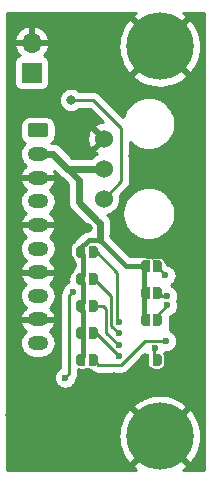
<source format=gbr>
%TF.GenerationSoftware,KiCad,Pcbnew,(6.0.1)*%
%TF.CreationDate,2022-07-06T21:26:52-07:00*%
%TF.ProjectId,mu100-dit,6d753130-302d-4646-9974-2e6b69636164,rev?*%
%TF.SameCoordinates,PX4a25ef0PY4c3f880*%
%TF.FileFunction,Copper,L2,Bot*%
%TF.FilePolarity,Positive*%
%FSLAX46Y46*%
G04 Gerber Fmt 4.6, Leading zero omitted, Abs format (unit mm)*
G04 Created by KiCad (PCBNEW (6.0.1)) date 2022-07-06 21:26:52*
%MOMM*%
%LPD*%
G01*
G04 APERTURE LIST*
G04 Aperture macros list*
%AMRoundRect*
0 Rectangle with rounded corners*
0 $1 Rounding radius*
0 $2 $3 $4 $5 $6 $7 $8 $9 X,Y pos of 4 corners*
0 Add a 4 corners polygon primitive as box body*
4,1,4,$2,$3,$4,$5,$6,$7,$8,$9,$2,$3,0*
0 Add four circle primitives for the rounded corners*
1,1,$1+$1,$2,$3*
1,1,$1+$1,$4,$5*
1,1,$1+$1,$6,$7*
1,1,$1+$1,$8,$9*
0 Add four rect primitives between the rounded corners*
20,1,$1+$1,$2,$3,$4,$5,0*
20,1,$1+$1,$4,$5,$6,$7,0*
20,1,$1+$1,$6,$7,$8,$9,0*
20,1,$1+$1,$8,$9,$2,$3,0*%
%AMFreePoly0*
4,1,13,0.500000,-0.500000,0.000000,-0.500000,-0.095671,-0.480970,-0.176777,-0.426777,-0.230970,-0.345671,-0.250000,-0.250000,-0.250000,0.250000,-0.230970,0.345671,-0.176777,0.426777,-0.095671,0.480970,0.000000,0.500000,0.500000,0.500000,0.500000,-0.500000,0.500000,-0.500000,$1*%
G04 Aperture macros list end*
%TA.AperFunction,ComponentPad*%
%ADD10RoundRect,0.250000X-0.625000X0.350000X-0.625000X-0.350000X0.625000X-0.350000X0.625000X0.350000X0*%
%TD*%
%TA.AperFunction,ComponentPad*%
%ADD11O,1.750000X1.200000*%
%TD*%
%TA.AperFunction,ConnectorPad*%
%ADD12C,5.700000*%
%TD*%
%TA.AperFunction,ComponentPad*%
%ADD13C,3.600000*%
%TD*%
%TA.AperFunction,ComponentPad*%
%ADD14C,1.524000*%
%TD*%
%TA.AperFunction,ComponentPad*%
%ADD15R,1.700000X1.700000*%
%TD*%
%TA.AperFunction,ComponentPad*%
%ADD16O,1.700000X1.700000*%
%TD*%
%TA.AperFunction,SMDPad,CuDef*%
%ADD17FreePoly0,0.000000*%
%TD*%
%TA.AperFunction,SMDPad,CuDef*%
%ADD18FreePoly0,180.000000*%
%TD*%
%TA.AperFunction,ViaPad*%
%ADD19C,0.800000*%
%TD*%
%TA.AperFunction,ViaPad*%
%ADD20C,0.750000*%
%TD*%
%TA.AperFunction,ViaPad*%
%ADD21C,0.600000*%
%TD*%
%TA.AperFunction,Conductor*%
%ADD22C,0.250000*%
%TD*%
%TA.AperFunction,Conductor*%
%ADD23C,0.600000*%
%TD*%
%TA.AperFunction,Conductor*%
%ADD24C,0.400000*%
%TD*%
%TA.AperFunction,Conductor*%
%ADD25C,0.254000*%
%TD*%
G04 APERTURE END LIST*
D10*
%TO.P,J1,1,Pin_1*%
%TO.N,unconnected-(J1-Pad1)*%
X81030000Y-90572000D03*
D11*
%TO.P,J1,2,Pin_2*%
%TO.N,+5V*%
X81030000Y-92572000D03*
%TO.P,J1,3,Pin_3*%
%TO.N,GND*%
X81030000Y-94572000D03*
%TO.P,J1,4,Pin_4*%
%TO.N,/MCLK*%
X81030000Y-96572000D03*
%TO.P,J1,5,Pin_5*%
%TO.N,GND*%
X81030000Y-98572000D03*
%TO.P,J1,6,Pin_6*%
%TO.N,/SDAT*%
X81030000Y-100572000D03*
%TO.P,J1,7,Pin_7*%
%TO.N,GND*%
X81030000Y-102572000D03*
%TO.P,J1,8,Pin_8*%
%TO.N,/BICK*%
X81030000Y-104572000D03*
%TO.P,J1,9,Pin_9*%
%TO.N,GND*%
X81030000Y-106572000D03*
%TO.P,J1,10,Pin_10*%
%TO.N,/LRCK*%
X81030000Y-108572000D03*
%TD*%
D12*
%TO.P,H1,1,1*%
%TO.N,GND*%
X91350000Y-83452000D03*
D13*
X91350000Y-83452000D03*
%TD*%
D14*
%TO.P,U1,1,GND*%
%TO.N,GND*%
X86620000Y-91262000D03*
%TO.P,U1,2,VCC*%
%TO.N,+5V*%
X86620000Y-93802000D03*
%TO.P,U1,3,Input*%
%TO.N,/TXP*%
X86620000Y-96342000D03*
%TD*%
D12*
%TO.P,H2,1,1*%
%TO.N,GND*%
X91350000Y-116452000D03*
D13*
X91350000Y-116452000D03*
%TD*%
D15*
%TO.P,J2,1,Pin_1*%
%TO.N,Net-(C4-Pad2)*%
X80510000Y-85675000D03*
D16*
%TO.P,J2,2,Pin_2*%
%TO.N,GND*%
X80510000Y-83135000D03*
%TD*%
D17*
%TO.P,JP3,1,1*%
%TO.N,+5V*%
X84560000Y-105442000D03*
D18*
%TO.P,JP3,2,2*%
%TO.N,/FS2*%
X85860000Y-105442000D03*
%TD*%
D17*
%TO.P,JP9,1,1*%
%TO.N,+5V*%
X84560000Y-110032000D03*
D18*
%TO.P,JP9,2,2*%
%TO.N,/CKS1*%
X85860000Y-110032000D03*
%TD*%
D17*
%TO.P,JP2,1,1*%
%TO.N,+5V*%
X84560000Y-103147000D03*
D18*
%TO.P,JP2,2,2*%
%TO.N,/FS1*%
X85860000Y-103147000D03*
%TD*%
D17*
%TO.P,JP7,1,1*%
%TO.N,+5V*%
X90030000Y-102067000D03*
D18*
%TO.P,JP7,2,2*%
%TO.N,/DIF2*%
X91330000Y-102067000D03*
%TD*%
D17*
%TO.P,JP1,1,1*%
%TO.N,+5V*%
X84560000Y-100822000D03*
D18*
%TO.P,JP1,2,2*%
%TO.N,/FS0*%
X85860000Y-100822000D03*
%TD*%
D17*
%TO.P,JP6,1,1*%
%TO.N,+5V*%
X90030000Y-104362000D03*
D18*
%TO.P,JP6,2,2*%
%TO.N,/DIF1*%
X91330000Y-104362000D03*
%TD*%
D17*
%TO.P,JP8,1,1*%
%TO.N,GND*%
X89980000Y-110032000D03*
D18*
%TO.P,JP8,2,2*%
%TO.N,/CKS0*%
X91280000Y-110032000D03*
%TD*%
D17*
%TO.P,JP5,1,1*%
%TO.N,+5V*%
X90030000Y-106657000D03*
D18*
%TO.P,JP5,2,2*%
%TO.N,/DIF0*%
X91330000Y-106657000D03*
%TD*%
D17*
%TO.P,JP4,1,1*%
%TO.N,+5V*%
X84560000Y-107737000D03*
D18*
%TO.P,JP4,2,2*%
%TO.N,/FS3*%
X85860000Y-107737000D03*
%TD*%
D19*
%TO.N,GND*%
X88110000Y-113772000D03*
X87480000Y-111482000D03*
X90030000Y-111532000D03*
X81763200Y-88054600D03*
X87500000Y-99482000D03*
D20*
X83300000Y-96802600D03*
X83990000Y-101972000D03*
D19*
X85930000Y-113752000D03*
X92750000Y-99122000D03*
D20*
X83300000Y-99738600D03*
D19*
X84060000Y-92542000D03*
X79248600Y-117290000D03*
X87850000Y-87882000D03*
X78715200Y-114623000D03*
D20*
X83300000Y-95352000D03*
X83300000Y-98270600D03*
D19*
X92430000Y-95692000D03*
X85300000Y-98872000D03*
X89130000Y-92702000D03*
X87910000Y-81082000D03*
D21*
%TO.N,/RESET*%
X83330000Y-111502000D03*
X83980000Y-104232000D03*
%TO.N,/FS0*%
X87889978Y-106829600D03*
%TO.N,/FS1*%
X87877200Y-107744000D03*
%TO.N,/FS2*%
X87885439Y-108751761D03*
%TO.N,/FS3*%
X87877200Y-109674400D03*
D19*
%TO.N,/TXP*%
X83846000Y-87978400D03*
D21*
%TO.N,/DIF0*%
X91999400Y-105388927D03*
%TO.N,/DIF1*%
X91999400Y-104564600D03*
%TO.N,/DIF2*%
X91839600Y-102841800D03*
%TO.N,/CKS0*%
X90925200Y-109003500D03*
%TO.N,/CKS1*%
X91915800Y-108379000D03*
%TD*%
D22*
%TO.N,GND*%
X86790000Y-91262000D02*
X86620000Y-91262000D01*
D23*
%TO.N,+5V*%
X84530000Y-94752000D02*
X84530000Y-96647000D01*
X81030000Y-92572000D02*
X82350000Y-92572000D01*
D24*
X84860000Y-109704500D02*
X84860000Y-105842000D01*
X90030000Y-102057000D02*
X90030000Y-106657000D01*
D23*
X82350000Y-92572000D02*
X84530000Y-94752000D01*
D24*
X84870000Y-101132000D02*
X84560000Y-100822000D01*
D23*
X84530000Y-96647000D02*
X86080000Y-98197000D01*
D24*
X88485000Y-102057000D02*
X90030000Y-102057000D01*
D23*
X83530000Y-93802000D02*
X86620000Y-93802000D01*
D24*
X84870000Y-105132000D02*
X84870000Y-103457000D01*
X84560000Y-100822000D02*
X84560000Y-100627704D01*
X85325704Y-99862000D02*
X86290000Y-99862000D01*
X84460000Y-103147000D02*
X84770000Y-102837000D01*
D23*
X86080000Y-98202000D02*
X86300489Y-98422489D01*
X86300489Y-99811511D02*
X86290000Y-99822000D01*
D24*
X84460000Y-105442000D02*
X84770000Y-105132000D01*
X86290000Y-99862000D02*
X88485000Y-102057000D01*
X84870000Y-102837000D02*
X84870000Y-101132000D01*
X84560000Y-100627704D02*
X85325704Y-99862000D01*
X84770000Y-103457000D02*
X84460000Y-103147000D01*
D23*
X82300000Y-92572000D02*
X83530000Y-93802000D01*
D24*
X84760000Y-105842000D02*
X84460000Y-105542000D01*
D23*
X86300489Y-98422489D02*
X86300489Y-99811511D01*
D22*
%TO.N,/RESET*%
X83980000Y-104232000D02*
X83700000Y-104512000D01*
X83700000Y-104512000D02*
X83700000Y-111132000D01*
X83700000Y-111132000D02*
X83330000Y-111502000D01*
%TO.N,/FS0*%
X87714998Y-106654620D02*
X87714998Y-102599498D01*
X87889978Y-106829600D02*
X87714998Y-106654620D01*
X87714998Y-102599498D02*
X85927500Y-100812000D01*
%TO.N,/FS1*%
X87265478Y-104587478D02*
X85897500Y-103219500D01*
X87265478Y-107132278D02*
X87265478Y-104587478D01*
X87877200Y-107744000D02*
X87265478Y-107132278D01*
X85897500Y-103219500D02*
X85897500Y-103137000D01*
%TO.N,/FS2*%
X86560000Y-105432000D02*
X86007500Y-105432000D01*
X86815958Y-107682280D02*
X86815958Y-105687958D01*
X87885439Y-108751761D02*
X86815958Y-107682280D01*
X86815958Y-105687958D02*
X86560000Y-105432000D01*
%TO.N,/FS3*%
X87877200Y-109626700D02*
X85977500Y-107727000D01*
X87877200Y-109674400D02*
X87877200Y-109626700D01*
%TO.N,/TXP*%
X83846000Y-87978400D02*
X85725600Y-87978400D01*
X85725600Y-87978400D02*
X88090000Y-90342800D01*
X88090000Y-90342800D02*
X88090000Y-94872000D01*
X88090000Y-94872000D02*
X86620000Y-96342000D01*
%TO.N,/DIF0*%
X91999400Y-105388927D02*
X90947500Y-106440827D01*
X90947500Y-106440827D02*
X90947500Y-106647000D01*
%TO.N,/DIF1*%
X91999400Y-104564600D02*
X91532600Y-104564600D01*
X91532600Y-104564600D02*
X91320000Y-104352000D01*
%TO.N,/DIF2*%
X91839600Y-102811600D02*
X91085000Y-102057000D01*
X91839600Y-102841800D02*
X91839600Y-102811600D01*
%TO.N,/CKS0*%
X90925200Y-109003500D02*
X90897500Y-109031200D01*
X90897500Y-109031200D02*
X90897500Y-110022000D01*
%TO.N,/CKS1*%
X88105800Y-110411000D02*
X86139000Y-110411000D01*
X86139000Y-110411000D02*
X85760000Y-110032000D01*
X90137800Y-108379000D02*
X88105800Y-110411000D01*
X91915800Y-108379000D02*
X90137800Y-108379000D01*
%TD*%
%TO.N,GND*%
D25*
X89103366Y-80782911D02*
X89092956Y-80791707D01*
X89073004Y-80810509D01*
X89037146Y-80871785D01*
X89040108Y-80942719D01*
X89070323Y-80991303D01*
X91260905Y-83181885D01*
X91323217Y-83215911D01*
X91394032Y-83210846D01*
X91439095Y-83181885D01*
X93630073Y-80990907D01*
X93664099Y-80928595D01*
X93659034Y-80857780D01*
X93627713Y-80810417D01*
X93616318Y-80799603D01*
X93605937Y-80790768D01*
X93337140Y-80586000D01*
X95116000Y-80586000D01*
X95116000Y-119318000D01*
X93335466Y-119318000D01*
X93587304Y-119128915D01*
X93597744Y-119120155D01*
X93626308Y-119093425D01*
X93662380Y-119032275D01*
X93659665Y-118961330D01*
X93629310Y-118912330D01*
X91439095Y-116722115D01*
X91376783Y-116688089D01*
X91305968Y-116693154D01*
X91260905Y-116722115D01*
X89069502Y-118913518D01*
X89035476Y-118975830D01*
X89040541Y-119046645D01*
X89071555Y-119093716D01*
X89074449Y-119096481D01*
X89084787Y-119105340D01*
X89361930Y-119318000D01*
X78384000Y-119318000D01*
X78384000Y-116446636D01*
X87861249Y-116446636D01*
X87879651Y-116809897D01*
X87881076Y-116823450D01*
X87938603Y-117182599D01*
X87941483Y-117195919D01*
X88037460Y-117546754D01*
X88041761Y-117559685D01*
X88175068Y-117898103D01*
X88180741Y-117910494D01*
X88349816Y-118232535D01*
X88356794Y-118244241D01*
X88559661Y-118546139D01*
X88567863Y-118557023D01*
X88706231Y-118721339D01*
X88765410Y-118760562D01*
X88836399Y-118761564D01*
X88891706Y-118729274D01*
X91079885Y-116541095D01*
X91113911Y-116478783D01*
X91110080Y-116425217D01*
X91586089Y-116425217D01*
X91591154Y-116496032D01*
X91620115Y-116541095D01*
X93808180Y-118729160D01*
X93870492Y-118763186D01*
X93941307Y-118758121D01*
X93992800Y-118722230D01*
X94109941Y-118586042D01*
X94118256Y-118575244D01*
X94324273Y-118275487D01*
X94331373Y-118263855D01*
X94503812Y-117943602D01*
X94509615Y-117931271D01*
X94646458Y-117594268D01*
X94650894Y-117581383D01*
X94750540Y-117231572D01*
X94753560Y-117218283D01*
X94814844Y-116859756D01*
X94816410Y-116846218D01*
X94838615Y-116483170D01*
X94838849Y-116475918D01*
X94838931Y-116452440D01*
X94838748Y-116445186D01*
X94819078Y-116081992D01*
X94817606Y-116068444D01*
X94758826Y-115709498D01*
X94755899Y-115696188D01*
X94658698Y-115345690D01*
X94654352Y-115332774D01*
X94519865Y-114994823D01*
X94514148Y-114982452D01*
X94343949Y-114661003D01*
X94336931Y-114649322D01*
X94133012Y-114348134D01*
X94124772Y-114337279D01*
X93993419Y-114182392D01*
X93934105Y-114143375D01*
X93863112Y-114142620D01*
X93808228Y-114174792D01*
X91620115Y-116362905D01*
X91586089Y-116425217D01*
X91110080Y-116425217D01*
X91108846Y-116407968D01*
X91079885Y-116362905D01*
X88891810Y-114174830D01*
X88829498Y-114140804D01*
X88758683Y-114145869D01*
X88706903Y-114182095D01*
X88582626Y-114327606D01*
X88574350Y-114338432D01*
X88369380Y-114638906D01*
X88362320Y-114650563D01*
X88191001Y-114971417D01*
X88185242Y-114983767D01*
X88049576Y-115321245D01*
X88045184Y-115334146D01*
X87946759Y-115684303D01*
X87943786Y-115697603D01*
X87883754Y-116056342D01*
X87882235Y-116069885D01*
X87861297Y-116433008D01*
X87861249Y-116446636D01*
X78384000Y-116446636D01*
X78384000Y-113871785D01*
X89037146Y-113871785D01*
X89040108Y-113942719D01*
X89070323Y-113991303D01*
X91260905Y-116181885D01*
X91323217Y-116215911D01*
X91394032Y-116210846D01*
X91439095Y-116181885D01*
X93630073Y-113990907D01*
X93664099Y-113928595D01*
X93659034Y-113857780D01*
X93627713Y-113810417D01*
X93616318Y-113799603D01*
X93605937Y-113790768D01*
X93316602Y-113570354D01*
X93305331Y-113562694D01*
X92993884Y-113374817D01*
X92981852Y-113368419D01*
X92651936Y-113215277D01*
X92639282Y-113210216D01*
X92294756Y-113093601D01*
X92281630Y-113089937D01*
X91926525Y-113011212D01*
X91913080Y-113008986D01*
X91551550Y-112969073D01*
X91537944Y-112968312D01*
X91174218Y-112967677D01*
X91160609Y-112968390D01*
X90798941Y-113007041D01*
X90785488Y-113009220D01*
X90430111Y-113086705D01*
X90416973Y-113090324D01*
X90072042Y-113205736D01*
X90059371Y-113210753D01*
X89728922Y-113362742D01*
X89716867Y-113369098D01*
X89404766Y-113555887D01*
X89393468Y-113563508D01*
X89103366Y-113782911D01*
X89092956Y-113791707D01*
X89073004Y-113810509D01*
X89037146Y-113871785D01*
X78384000Y-113871785D01*
X78384000Y-108523430D01*
X79516922Y-108523430D01*
X79526702Y-108734725D01*
X79530074Y-108758420D01*
X79579632Y-108964055D01*
X79587424Y-108986685D01*
X79674973Y-109179238D01*
X79686904Y-109199987D01*
X79809284Y-109372511D01*
X79824923Y-109390629D01*
X79977719Y-109536899D01*
X79996502Y-109551733D01*
X80174200Y-109666472D01*
X80195450Y-109677486D01*
X80391639Y-109756552D01*
X80414587Y-109763350D01*
X80622187Y-109803892D01*
X80640183Y-109806078D01*
X80645745Y-109806350D01*
X80651899Y-109806500D01*
X81357846Y-109806500D01*
X81369813Y-109805930D01*
X81527533Y-109790882D01*
X81551035Y-109786357D01*
X81754003Y-109726813D01*
X81776226Y-109717924D01*
X81964272Y-109621074D01*
X81984413Y-109608144D01*
X82150753Y-109477482D01*
X82168085Y-109460976D01*
X82306717Y-109301217D01*
X82320616Y-109281732D01*
X82426537Y-109098641D01*
X82436501Y-109076879D01*
X82505889Y-108877062D01*
X82511557Y-108853809D01*
X82541909Y-108644476D01*
X82543078Y-108620570D01*
X82533298Y-108409275D01*
X82529926Y-108385580D01*
X82480368Y-108179945D01*
X82472576Y-108157315D01*
X82385027Y-107964762D01*
X82373096Y-107944013D01*
X82250716Y-107771489D01*
X82235077Y-107753371D01*
X82082281Y-107607101D01*
X82063498Y-107592267D01*
X82030742Y-107571116D01*
X82150407Y-107477118D01*
X82167739Y-107460613D01*
X82306308Y-107300927D01*
X82320207Y-107281441D01*
X82426080Y-107098432D01*
X82436044Y-107076670D01*
X82505401Y-106876943D01*
X82511070Y-106853685D01*
X82512463Y-106844075D01*
X82502440Y-106773790D01*
X82456009Y-106720081D01*
X82387766Y-106700000D01*
X79676483Y-106700000D01*
X79608362Y-106720002D01*
X79561869Y-106773658D01*
X79551765Y-106843932D01*
X79553990Y-106855521D01*
X79580107Y-106963891D01*
X79587899Y-106986521D01*
X79675408Y-107178988D01*
X79687339Y-107199737D01*
X79809664Y-107372183D01*
X79825303Y-107390301D01*
X79978030Y-107536505D01*
X79996813Y-107551339D01*
X80029230Y-107572270D01*
X79909247Y-107666518D01*
X79891915Y-107683024D01*
X79753283Y-107842783D01*
X79739384Y-107862268D01*
X79633463Y-108045359D01*
X79623499Y-108067121D01*
X79554111Y-108266938D01*
X79548443Y-108290191D01*
X79518091Y-108499524D01*
X79516922Y-108523430D01*
X78384000Y-108523430D01*
X78384000Y-104523430D01*
X79516922Y-104523430D01*
X79526702Y-104734725D01*
X79530074Y-104758420D01*
X79579632Y-104964055D01*
X79587424Y-104986685D01*
X79674973Y-105179238D01*
X79686904Y-105199987D01*
X79809284Y-105372511D01*
X79824923Y-105390629D01*
X79977719Y-105536899D01*
X79996502Y-105551733D01*
X80029258Y-105572884D01*
X79909593Y-105666882D01*
X79892261Y-105683387D01*
X79753692Y-105843073D01*
X79739793Y-105862559D01*
X79633920Y-106045568D01*
X79623956Y-106067330D01*
X79554599Y-106267057D01*
X79548930Y-106290315D01*
X79547537Y-106299925D01*
X79557560Y-106370210D01*
X79603991Y-106423919D01*
X79672234Y-106444000D01*
X82383517Y-106444000D01*
X82451638Y-106423998D01*
X82498131Y-106370342D01*
X82508235Y-106300068D01*
X82506010Y-106288479D01*
X82479893Y-106180109D01*
X82472101Y-106157479D01*
X82384592Y-105965012D01*
X82372661Y-105944263D01*
X82250336Y-105771817D01*
X82234697Y-105753699D01*
X82081970Y-105607495D01*
X82063187Y-105592661D01*
X82030770Y-105571730D01*
X82150753Y-105477482D01*
X82168085Y-105460976D01*
X82306717Y-105301217D01*
X82320616Y-105281732D01*
X82426537Y-105098641D01*
X82436501Y-105076879D01*
X82505889Y-104877062D01*
X82511557Y-104853809D01*
X82541909Y-104644476D01*
X82543078Y-104620570D01*
X82533298Y-104409275D01*
X82529926Y-104385580D01*
X82480368Y-104179945D01*
X82472576Y-104157315D01*
X82385027Y-103964762D01*
X82373096Y-103944013D01*
X82250716Y-103771489D01*
X82235077Y-103753371D01*
X82082281Y-103607101D01*
X82063498Y-103592267D01*
X82030742Y-103571116D01*
X82150407Y-103477118D01*
X82167739Y-103460613D01*
X82306308Y-103300927D01*
X82320207Y-103281441D01*
X82426080Y-103098432D01*
X82436044Y-103076670D01*
X82505401Y-102876943D01*
X82511070Y-102853685D01*
X82512463Y-102844075D01*
X82502440Y-102773790D01*
X82456009Y-102720081D01*
X82387766Y-102700000D01*
X79676483Y-102700000D01*
X79608362Y-102720002D01*
X79561869Y-102773658D01*
X79551765Y-102843932D01*
X79553990Y-102855521D01*
X79580107Y-102963891D01*
X79587899Y-102986521D01*
X79675408Y-103178988D01*
X79687339Y-103199737D01*
X79809664Y-103372183D01*
X79825303Y-103390301D01*
X79978030Y-103536505D01*
X79996813Y-103551339D01*
X80029230Y-103572270D01*
X79909247Y-103666518D01*
X79891915Y-103683024D01*
X79753283Y-103842783D01*
X79739384Y-103862268D01*
X79633463Y-104045359D01*
X79623499Y-104067121D01*
X79554111Y-104266938D01*
X79548443Y-104290191D01*
X79518091Y-104499524D01*
X79516922Y-104523430D01*
X78384000Y-104523430D01*
X78384000Y-100523430D01*
X79516922Y-100523430D01*
X79526702Y-100734725D01*
X79530074Y-100758420D01*
X79579632Y-100964055D01*
X79587424Y-100986685D01*
X79674973Y-101179238D01*
X79686904Y-101199987D01*
X79809284Y-101372511D01*
X79824923Y-101390629D01*
X79977719Y-101536899D01*
X79996502Y-101551733D01*
X80029258Y-101572884D01*
X79909593Y-101666882D01*
X79892261Y-101683387D01*
X79753692Y-101843073D01*
X79739793Y-101862559D01*
X79633920Y-102045568D01*
X79623956Y-102067330D01*
X79554599Y-102267057D01*
X79548930Y-102290315D01*
X79547537Y-102299925D01*
X79557560Y-102370210D01*
X79603991Y-102423919D01*
X79672234Y-102444000D01*
X82383517Y-102444000D01*
X82451638Y-102423998D01*
X82498131Y-102370342D01*
X82508235Y-102300068D01*
X82506010Y-102288479D01*
X82479893Y-102180109D01*
X82472101Y-102157479D01*
X82384592Y-101965012D01*
X82372661Y-101944263D01*
X82250336Y-101771817D01*
X82234697Y-101753699D01*
X82081970Y-101607495D01*
X82063187Y-101592661D01*
X82030770Y-101571730D01*
X82150753Y-101477482D01*
X82168085Y-101460976D01*
X82306717Y-101301217D01*
X82320616Y-101281732D01*
X82426537Y-101098641D01*
X82436501Y-101076879D01*
X82505889Y-100877062D01*
X82511557Y-100853809D01*
X82541909Y-100644476D01*
X82543078Y-100620570D01*
X82533298Y-100409275D01*
X82529926Y-100385580D01*
X82480368Y-100179945D01*
X82472576Y-100157315D01*
X82385027Y-99964762D01*
X82373096Y-99944013D01*
X82250716Y-99771489D01*
X82235077Y-99753371D01*
X82082281Y-99607101D01*
X82063498Y-99592267D01*
X82030742Y-99571116D01*
X82150407Y-99477118D01*
X82167739Y-99460613D01*
X82306308Y-99300927D01*
X82320207Y-99281441D01*
X82426080Y-99098432D01*
X82436044Y-99076670D01*
X82505401Y-98876943D01*
X82511070Y-98853685D01*
X82512463Y-98844075D01*
X82502440Y-98773790D01*
X82456009Y-98720081D01*
X82387766Y-98700000D01*
X79676483Y-98700000D01*
X79608362Y-98720002D01*
X79561869Y-98773658D01*
X79551765Y-98843932D01*
X79553990Y-98855521D01*
X79580107Y-98963891D01*
X79587899Y-98986521D01*
X79675408Y-99178988D01*
X79687339Y-99199737D01*
X79809664Y-99372183D01*
X79825303Y-99390301D01*
X79978030Y-99536505D01*
X79996813Y-99551339D01*
X80029230Y-99572270D01*
X79909247Y-99666518D01*
X79891915Y-99683024D01*
X79753283Y-99842783D01*
X79739384Y-99862268D01*
X79633463Y-100045359D01*
X79623499Y-100067121D01*
X79554111Y-100266938D01*
X79548443Y-100290191D01*
X79518091Y-100499524D01*
X79516922Y-100523430D01*
X78384000Y-100523430D01*
X78384000Y-96523430D01*
X79516922Y-96523430D01*
X79526702Y-96734725D01*
X79530074Y-96758420D01*
X79579632Y-96964055D01*
X79587424Y-96986685D01*
X79674973Y-97179238D01*
X79686904Y-97199987D01*
X79809284Y-97372511D01*
X79824923Y-97390629D01*
X79977719Y-97536899D01*
X79996502Y-97551733D01*
X80029258Y-97572884D01*
X79909593Y-97666882D01*
X79892261Y-97683387D01*
X79753692Y-97843073D01*
X79739793Y-97862559D01*
X79633920Y-98045568D01*
X79623956Y-98067330D01*
X79554599Y-98267057D01*
X79548930Y-98290315D01*
X79547537Y-98299925D01*
X79557560Y-98370210D01*
X79603991Y-98423919D01*
X79672234Y-98444000D01*
X82383517Y-98444000D01*
X82451638Y-98423998D01*
X82498131Y-98370342D01*
X82508235Y-98300068D01*
X82506010Y-98288479D01*
X82479893Y-98180109D01*
X82472101Y-98157479D01*
X82384592Y-97965012D01*
X82372661Y-97944263D01*
X82250336Y-97771817D01*
X82234697Y-97753699D01*
X82081970Y-97607495D01*
X82063187Y-97592661D01*
X82030770Y-97571730D01*
X82150753Y-97477482D01*
X82168085Y-97460976D01*
X82306717Y-97301217D01*
X82320616Y-97281732D01*
X82426537Y-97098641D01*
X82436501Y-97076879D01*
X82505889Y-96877062D01*
X82511557Y-96853809D01*
X82541909Y-96644476D01*
X82543078Y-96620570D01*
X82533298Y-96409275D01*
X82529926Y-96385580D01*
X82480368Y-96179945D01*
X82472576Y-96157315D01*
X82385027Y-95964762D01*
X82373096Y-95944013D01*
X82250716Y-95771489D01*
X82235077Y-95753371D01*
X82082281Y-95607101D01*
X82063498Y-95592267D01*
X82030742Y-95571116D01*
X82150407Y-95477118D01*
X82167739Y-95460613D01*
X82306308Y-95300927D01*
X82320207Y-95281441D01*
X82426080Y-95098432D01*
X82436044Y-95076670D01*
X82505401Y-94876943D01*
X82511070Y-94853685D01*
X82512463Y-94844075D01*
X82502440Y-94773790D01*
X82456009Y-94720081D01*
X82387766Y-94700000D01*
X79676483Y-94700000D01*
X79608362Y-94720002D01*
X79561869Y-94773658D01*
X79551765Y-94843932D01*
X79553990Y-94855521D01*
X79580107Y-94963891D01*
X79587899Y-94986521D01*
X79675408Y-95178988D01*
X79687339Y-95199737D01*
X79809664Y-95372183D01*
X79825303Y-95390301D01*
X79978030Y-95536505D01*
X79996813Y-95551339D01*
X80029230Y-95572270D01*
X79909247Y-95666518D01*
X79891915Y-95683024D01*
X79753283Y-95842783D01*
X79739384Y-95862268D01*
X79633463Y-96045359D01*
X79623499Y-96067121D01*
X79554111Y-96266938D01*
X79548443Y-96290191D01*
X79518091Y-96499524D01*
X79516922Y-96523430D01*
X78384000Y-96523430D01*
X78384000Y-92523430D01*
X79516922Y-92523430D01*
X79526702Y-92734725D01*
X79530074Y-92758420D01*
X79579632Y-92964055D01*
X79587424Y-92986685D01*
X79674973Y-93179238D01*
X79686904Y-93199987D01*
X79809284Y-93372511D01*
X79824923Y-93390629D01*
X79977719Y-93536899D01*
X79996502Y-93551733D01*
X80029258Y-93572884D01*
X79909593Y-93666882D01*
X79892261Y-93683387D01*
X79753692Y-93843073D01*
X79739793Y-93862559D01*
X79633920Y-94045568D01*
X79623956Y-94067330D01*
X79554599Y-94267057D01*
X79548930Y-94290315D01*
X79547537Y-94299925D01*
X79557560Y-94370210D01*
X79603991Y-94423919D01*
X79672234Y-94444000D01*
X82383517Y-94444000D01*
X82451638Y-94423998D01*
X82498131Y-94370342D01*
X82508235Y-94300068D01*
X82506010Y-94288479D01*
X82479893Y-94180109D01*
X82472101Y-94157479D01*
X82395566Y-93989149D01*
X82862624Y-94456206D01*
X82925747Y-94520665D01*
X82947516Y-94538419D01*
X82983959Y-94561905D01*
X83017834Y-94588947D01*
X83041605Y-94603917D01*
X83071803Y-94618515D01*
X83080609Y-94624190D01*
X83595500Y-95139081D01*
X83595500Y-96637786D01*
X83594556Y-96727901D01*
X83597395Y-96755848D01*
X83606555Y-96798213D01*
X83611388Y-96841301D01*
X83617611Y-96868692D01*
X83628642Y-96900368D01*
X83635727Y-96933138D01*
X83644686Y-96959759D01*
X83663006Y-96999046D01*
X83677264Y-97039990D01*
X83689400Y-97065321D01*
X83707172Y-97093763D01*
X83721343Y-97124152D01*
X83735979Y-97148129D01*
X83762547Y-97182380D01*
X83785519Y-97219144D01*
X83802967Y-97241159D01*
X83831569Y-97269962D01*
X83832983Y-97271565D01*
X83858662Y-97297244D01*
X83930779Y-97369866D01*
X83933356Y-97371938D01*
X85360084Y-98798666D01*
X85365989Y-98806279D01*
X85365989Y-99027500D01*
X85354616Y-99027500D01*
X85296922Y-99023567D01*
X85266689Y-99025151D01*
X85203742Y-99036137D01*
X85140325Y-99043811D01*
X85110924Y-99051032D01*
X85104515Y-99053454D01*
X85097758Y-99054633D01*
X85068774Y-99063384D01*
X85010263Y-99089069D01*
X84950511Y-99111647D01*
X84923684Y-99125671D01*
X84918034Y-99129554D01*
X84911749Y-99132313D01*
X84885694Y-99147723D01*
X84835007Y-99186618D01*
X84782357Y-99222802D01*
X84759647Y-99242824D01*
X84718193Y-99289351D01*
X83990385Y-100017159D01*
X83946785Y-100055194D01*
X83926528Y-100077692D01*
X83889785Y-100129972D01*
X83850370Y-100180240D01*
X83834686Y-100206137D01*
X83831866Y-100212383D01*
X83827925Y-100217990D01*
X83813617Y-100244673D01*
X83790405Y-100304210D01*
X83764119Y-100362425D01*
X83755065Y-100391312D01*
X83753815Y-100398057D01*
X83751324Y-100404446D01*
X83743796Y-100433767D01*
X83735457Y-100497110D01*
X83723814Y-100559928D01*
X83721913Y-100590144D01*
X83725500Y-100652350D01*
X83725500Y-100793088D01*
X83721567Y-100850782D01*
X83723151Y-100881015D01*
X83734137Y-100943962D01*
X83741811Y-101007379D01*
X83749032Y-101036780D01*
X83751454Y-101043189D01*
X83752633Y-101049946D01*
X83761384Y-101078930D01*
X83787069Y-101137441D01*
X83809647Y-101197193D01*
X83823671Y-101224020D01*
X83827554Y-101229670D01*
X83830313Y-101235955D01*
X83845723Y-101262010D01*
X83884618Y-101312697D01*
X83920802Y-101365347D01*
X83940824Y-101388058D01*
X83987360Y-101429520D01*
X84035500Y-101477660D01*
X84035500Y-102391340D01*
X83876352Y-102550488D01*
X83812047Y-102614123D01*
X83793243Y-102637849D01*
X83773583Y-102669931D01*
X83750370Y-102699536D01*
X83734687Y-102725432D01*
X83721012Y-102755718D01*
X83703643Y-102784062D01*
X83691040Y-102811589D01*
X83679602Y-102847430D01*
X83664118Y-102881722D01*
X83655065Y-102910612D01*
X83649008Y-102943294D01*
X83638903Y-102974956D01*
X83633230Y-103004694D01*
X83630671Y-103042226D01*
X83623814Y-103079225D01*
X83621913Y-103109439D01*
X83623827Y-103142631D01*
X83621567Y-103175783D01*
X83623151Y-103206015D01*
X83629619Y-103243077D01*
X83631785Y-103280638D01*
X83637146Y-103310434D01*
X83646918Y-103342198D01*
X83649550Y-103357280D01*
X83592974Y-103376540D01*
X83567557Y-103388501D01*
X83413066Y-103483545D01*
X83390930Y-103500839D01*
X83261335Y-103627748D01*
X83243582Y-103649516D01*
X83145324Y-103801983D01*
X83132834Y-103827143D01*
X83070796Y-103997590D01*
X83064191Y-104024893D01*
X83053988Y-104105657D01*
X83050825Y-104109735D01*
X83034749Y-104136918D01*
X83017189Y-104177497D01*
X82995890Y-104216240D01*
X82984264Y-104245605D01*
X82979226Y-104265226D01*
X82971182Y-104283815D01*
X82962370Y-104314143D01*
X82955453Y-104357811D01*
X82944458Y-104400636D01*
X82940500Y-104431970D01*
X82940500Y-104452224D01*
X82937331Y-104472232D01*
X82936339Y-104503801D01*
X82940500Y-104547819D01*
X82940500Y-110647704D01*
X82917557Y-110658501D01*
X82763066Y-110753545D01*
X82740930Y-110770839D01*
X82611335Y-110897748D01*
X82593582Y-110919516D01*
X82495324Y-111071983D01*
X82482834Y-111097143D01*
X82420796Y-111267590D01*
X82414191Y-111294893D01*
X82391457Y-111474848D01*
X82391064Y-111502935D01*
X82408764Y-111683455D01*
X82414605Y-111710932D01*
X82471860Y-111883045D01*
X82483642Y-111908544D01*
X82577604Y-112063695D01*
X82594743Y-112085951D01*
X82720745Y-112216429D01*
X82742389Y-112234334D01*
X82894166Y-112333654D01*
X82919239Y-112346319D01*
X83089248Y-112409545D01*
X83116503Y-112416341D01*
X83296296Y-112440331D01*
X83324381Y-112440919D01*
X83505020Y-112424479D01*
X83532536Y-112418831D01*
X83705044Y-112362780D01*
X83730625Y-112351176D01*
X83886429Y-112258298D01*
X83908804Y-112241315D01*
X84040158Y-112116228D01*
X84058214Y-112094709D01*
X84158591Y-111943629D01*
X84171431Y-111918646D01*
X84235843Y-111749082D01*
X84242829Y-111721873D01*
X84252412Y-111653683D01*
X84265230Y-111640865D01*
X84275695Y-111628995D01*
X84278170Y-111625804D01*
X84308436Y-111593574D01*
X84327000Y-111568024D01*
X84336761Y-111550270D01*
X84349175Y-111534265D01*
X84365251Y-111507082D01*
X84382811Y-111466503D01*
X84404110Y-111427760D01*
X84415736Y-111398395D01*
X84420774Y-111378774D01*
X84428818Y-111360185D01*
X84437630Y-111329857D01*
X84444547Y-111286189D01*
X84455542Y-111243364D01*
X84459500Y-111212030D01*
X84459500Y-111191776D01*
X84462669Y-111171768D01*
X84463661Y-111140199D01*
X84459500Y-111096181D01*
X84459500Y-110801830D01*
X84505483Y-110810977D01*
X84530064Y-110813398D01*
X84589936Y-110813398D01*
X84609736Y-110811448D01*
X85060000Y-110811448D01*
X85084582Y-110809027D01*
X85143304Y-110797346D01*
X85188723Y-110778532D01*
X85210000Y-110764315D01*
X85231277Y-110778532D01*
X85276696Y-110797346D01*
X85335418Y-110809027D01*
X85360000Y-110811448D01*
X85465353Y-110811448D01*
X85546253Y-110892348D01*
X85560747Y-110909868D01*
X85610399Y-110956494D01*
X85630135Y-110976230D01*
X85642005Y-110986695D01*
X85645196Y-110989170D01*
X85677426Y-111019436D01*
X85702976Y-111038000D01*
X85720730Y-111047761D01*
X85736735Y-111060175D01*
X85763918Y-111076251D01*
X85804497Y-111093811D01*
X85843240Y-111115110D01*
X85872605Y-111126736D01*
X85892226Y-111131774D01*
X85910815Y-111139818D01*
X85941143Y-111148630D01*
X85984811Y-111155547D01*
X86027636Y-111166542D01*
X86058970Y-111170500D01*
X86079224Y-111170500D01*
X86099232Y-111173669D01*
X86130801Y-111174661D01*
X86174819Y-111170500D01*
X88027033Y-111170500D01*
X88049668Y-111172640D01*
X88117745Y-111170500D01*
X88145656Y-111170500D01*
X88161446Y-111169507D01*
X88165457Y-111169000D01*
X88209648Y-111167611D01*
X88240841Y-111162670D01*
X88260292Y-111157019D01*
X88280390Y-111154480D01*
X88310981Y-111146626D01*
X88352095Y-111130348D01*
X88394545Y-111118015D01*
X88423533Y-111105471D01*
X88440969Y-111095159D01*
X88459799Y-111087704D01*
X88487477Y-111072489D01*
X88523247Y-111046501D01*
X88561302Y-111023995D01*
X88586257Y-111004637D01*
X88600578Y-110990316D01*
X88616968Y-110978408D01*
X88639992Y-110956788D01*
X88668183Y-110922711D01*
X90117318Y-109473576D01*
X90138000Y-109507726D01*
X90138000Y-110061856D01*
X90138994Y-110077648D01*
X90154020Y-110196589D01*
X90161874Y-110227181D01*
X90220796Y-110376001D01*
X90236012Y-110403678D01*
X90330092Y-110533168D01*
X90351712Y-110556192D01*
X90475040Y-110658218D01*
X90501707Y-110675141D01*
X90562085Y-110703553D01*
X90566731Y-110710506D01*
X90601495Y-110745269D01*
X90651277Y-110778532D01*
X90696696Y-110797346D01*
X90755418Y-110809027D01*
X90780000Y-110811448D01*
X91230264Y-110811448D01*
X91250064Y-110813398D01*
X91309936Y-110813398D01*
X91334517Y-110810977D01*
X91432062Y-110791574D01*
X91455701Y-110784403D01*
X91511016Y-110761490D01*
X91532798Y-110749847D01*
X91615493Y-110694592D01*
X91634586Y-110678922D01*
X91676922Y-110636586D01*
X91692592Y-110617493D01*
X91747847Y-110534798D01*
X91759490Y-110513016D01*
X91782403Y-110457701D01*
X91789574Y-110434062D01*
X91808977Y-110336517D01*
X91811398Y-110311936D01*
X91811398Y-110252064D01*
X91809448Y-110232264D01*
X91809448Y-109831736D01*
X91811398Y-109811936D01*
X91811398Y-109752064D01*
X91808977Y-109727483D01*
X91789574Y-109629938D01*
X91782403Y-109606299D01*
X91759490Y-109550984D01*
X91747847Y-109529202D01*
X91722819Y-109491745D01*
X91753791Y-109445129D01*
X91766631Y-109420146D01*
X91809373Y-109307628D01*
X91882096Y-109317331D01*
X91910181Y-109317919D01*
X92090820Y-109301479D01*
X92118336Y-109295831D01*
X92290844Y-109239780D01*
X92316425Y-109228176D01*
X92472229Y-109135298D01*
X92494604Y-109118315D01*
X92625958Y-108993228D01*
X92644014Y-108971709D01*
X92744391Y-108820629D01*
X92757231Y-108795646D01*
X92821643Y-108626082D01*
X92828629Y-108598874D01*
X92853873Y-108419253D01*
X92855087Y-108403475D01*
X92855404Y-108380758D01*
X92854631Y-108364955D01*
X92834412Y-108184700D01*
X92828188Y-108157308D01*
X92768536Y-107986011D01*
X92756399Y-107960679D01*
X92660280Y-107806855D01*
X92642832Y-107784840D01*
X92515021Y-107656134D01*
X92493129Y-107638533D01*
X92339980Y-107541342D01*
X92314733Y-107529028D01*
X92201600Y-107488743D01*
X92201600Y-106305827D01*
X92201936Y-106305758D01*
X92374444Y-106249707D01*
X92400025Y-106238103D01*
X92555829Y-106145225D01*
X92578204Y-106128242D01*
X92709558Y-106003155D01*
X92727614Y-105981636D01*
X92827991Y-105830556D01*
X92840831Y-105805573D01*
X92905243Y-105636009D01*
X92912229Y-105608801D01*
X92937473Y-105429180D01*
X92938687Y-105413402D01*
X92939004Y-105390685D01*
X92938231Y-105374882D01*
X92918012Y-105194627D01*
X92911788Y-105167235D01*
X92852136Y-104995938D01*
X92842718Y-104976279D01*
X92905243Y-104811682D01*
X92912229Y-104784474D01*
X92937473Y-104604853D01*
X92938687Y-104589075D01*
X92939004Y-104566358D01*
X92938231Y-104550555D01*
X92918012Y-104370300D01*
X92911788Y-104342908D01*
X92852136Y-104171611D01*
X92839999Y-104146279D01*
X92743880Y-103992455D01*
X92726432Y-103970440D01*
X92598621Y-103841734D01*
X92576729Y-103824133D01*
X92423580Y-103726942D01*
X92398333Y-103714628D01*
X92274511Y-103670537D01*
X92396029Y-103598098D01*
X92418404Y-103581115D01*
X92549758Y-103456028D01*
X92567814Y-103434509D01*
X92668191Y-103283429D01*
X92681031Y-103258446D01*
X92745443Y-103088882D01*
X92752429Y-103061674D01*
X92777673Y-102882053D01*
X92778887Y-102866275D01*
X92779204Y-102843558D01*
X92778431Y-102827755D01*
X92758212Y-102647500D01*
X92751988Y-102620108D01*
X92692336Y-102448811D01*
X92680199Y-102423479D01*
X92584080Y-102269655D01*
X92566632Y-102247640D01*
X92438821Y-102118934D01*
X92416929Y-102101333D01*
X92263780Y-102004142D01*
X92238533Y-101991828D01*
X92067657Y-101930982D01*
X92040310Y-101924567D01*
X92024814Y-101922719D01*
X91857586Y-101755491D01*
X91839574Y-101664938D01*
X91832403Y-101641299D01*
X91809490Y-101585984D01*
X91797847Y-101564202D01*
X91742592Y-101481507D01*
X91726922Y-101462414D01*
X91684586Y-101420078D01*
X91665493Y-101404408D01*
X91582798Y-101349153D01*
X91561016Y-101337510D01*
X91505701Y-101314597D01*
X91482062Y-101307426D01*
X91384517Y-101288023D01*
X91359936Y-101285602D01*
X91300064Y-101285602D01*
X91280264Y-101287552D01*
X90830000Y-101287552D01*
X90805418Y-101289973D01*
X90746696Y-101301654D01*
X90701277Y-101320468D01*
X90680000Y-101334685D01*
X90658723Y-101320468D01*
X90613304Y-101301654D01*
X90554582Y-101289973D01*
X90530000Y-101287552D01*
X90360228Y-101287552D01*
X90344728Y-101279345D01*
X90316465Y-101268496D01*
X90284228Y-101260399D01*
X90253261Y-101248325D01*
X90223936Y-101240796D01*
X90186638Y-101235886D01*
X90150148Y-101226720D01*
X90120112Y-101222926D01*
X90080000Y-101222716D01*
X90076706Y-101222500D01*
X90038762Y-101222500D01*
X89948629Y-101222028D01*
X89944550Y-101222500D01*
X88830660Y-101222500D01*
X87234989Y-99626829D01*
X87234989Y-98431749D01*
X87235933Y-98341587D01*
X87233094Y-98313641D01*
X87223934Y-98271276D01*
X87219101Y-98228188D01*
X87212878Y-98200797D01*
X87201847Y-98169121D01*
X87194762Y-98136351D01*
X87185803Y-98109730D01*
X87167481Y-98070438D01*
X87153225Y-98029500D01*
X87141088Y-98004168D01*
X87123323Y-97975737D01*
X87109147Y-97945337D01*
X87094512Y-97921361D01*
X87067940Y-97887104D01*
X87044969Y-97850343D01*
X87027522Y-97828330D01*
X86998920Y-97799527D01*
X86997506Y-97797924D01*
X86971827Y-97772245D01*
X86943821Y-97744043D01*
X88194745Y-97744043D01*
X88195821Y-97761149D01*
X88233346Y-98046180D01*
X88236734Y-98062982D01*
X88312595Y-98340284D01*
X88318232Y-98356471D01*
X88431026Y-98620911D01*
X88438807Y-98636182D01*
X88586445Y-98882867D01*
X88596227Y-98896942D01*
X88775979Y-99121309D01*
X88787580Y-99133925D01*
X88996118Y-99331820D01*
X89009325Y-99342745D01*
X89242791Y-99510508D01*
X89257358Y-99519540D01*
X89511433Y-99654066D01*
X89527091Y-99661038D01*
X89797072Y-99759837D01*
X89813531Y-99764619D01*
X90094422Y-99825863D01*
X90111378Y-99828367D01*
X90336853Y-99846112D01*
X90346739Y-99846500D01*
X90502271Y-99846500D01*
X90510841Y-99846208D01*
X90725395Y-99831581D01*
X90742376Y-99829255D01*
X91023893Y-99770956D01*
X91040402Y-99766347D01*
X91311403Y-99670380D01*
X91327133Y-99663573D01*
X91582602Y-99531716D01*
X91597263Y-99522837D01*
X91832474Y-99357528D01*
X91845794Y-99346741D01*
X92056393Y-99151040D01*
X92068126Y-99138546D01*
X92250217Y-98916074D01*
X92260146Y-98902103D01*
X92410360Y-98656977D01*
X92418300Y-98641787D01*
X92533856Y-98378543D01*
X92539662Y-98362417D01*
X92618423Y-98085925D01*
X92621987Y-98069159D01*
X92662494Y-97784537D01*
X92663749Y-97767444D01*
X92665255Y-97479957D01*
X92664179Y-97462851D01*
X92626654Y-97177820D01*
X92623266Y-97161018D01*
X92547405Y-96883716D01*
X92541768Y-96867529D01*
X92428974Y-96603089D01*
X92421193Y-96587818D01*
X92273555Y-96341133D01*
X92263773Y-96327058D01*
X92084021Y-96102691D01*
X92072420Y-96090075D01*
X91863882Y-95892180D01*
X91850675Y-95881255D01*
X91617209Y-95713492D01*
X91602642Y-95704460D01*
X91348567Y-95569934D01*
X91332909Y-95562962D01*
X91062928Y-95464163D01*
X91046469Y-95459381D01*
X90765578Y-95398137D01*
X90748622Y-95395633D01*
X90523147Y-95377888D01*
X90513261Y-95377500D01*
X90357729Y-95377500D01*
X90349159Y-95377792D01*
X90134605Y-95392419D01*
X90117624Y-95394745D01*
X89836107Y-95453044D01*
X89819598Y-95457653D01*
X89548597Y-95553620D01*
X89532867Y-95560427D01*
X89277398Y-95692284D01*
X89262737Y-95701163D01*
X89027526Y-95866472D01*
X89014206Y-95877259D01*
X88803607Y-96072960D01*
X88791874Y-96085454D01*
X88609783Y-96307926D01*
X88599854Y-96321897D01*
X88449640Y-96567023D01*
X88441700Y-96582213D01*
X88326144Y-96845457D01*
X88320338Y-96861583D01*
X88241577Y-97138075D01*
X88238013Y-97154841D01*
X88197506Y-97439463D01*
X88196251Y-97456556D01*
X88194745Y-97744043D01*
X86943821Y-97744043D01*
X86910058Y-97710043D01*
X87088807Y-97662147D01*
X87109446Y-97654635D01*
X87310927Y-97560683D01*
X87329948Y-97549701D01*
X87512052Y-97422190D01*
X87528876Y-97408072D01*
X87686072Y-97250876D01*
X87700190Y-97234052D01*
X87827701Y-97051947D01*
X87838683Y-97032926D01*
X87932635Y-96831446D01*
X87940147Y-96810807D01*
X87997685Y-96596074D01*
X88001499Y-96574444D01*
X88020874Y-96352981D01*
X88020874Y-96331019D01*
X88001499Y-96109556D01*
X87997685Y-96087925D01*
X87987221Y-96048874D01*
X88571348Y-95464747D01*
X88588868Y-95450253D01*
X88635493Y-95400602D01*
X88655230Y-95380865D01*
X88665695Y-95368995D01*
X88668170Y-95365804D01*
X88698436Y-95333574D01*
X88717000Y-95308024D01*
X88726761Y-95290270D01*
X88739175Y-95274265D01*
X88755251Y-95247082D01*
X88772811Y-95206503D01*
X88794110Y-95167760D01*
X88805736Y-95138395D01*
X88810774Y-95118774D01*
X88818818Y-95100185D01*
X88827630Y-95069857D01*
X88834547Y-95026189D01*
X88845542Y-94983364D01*
X88849500Y-94952030D01*
X88849500Y-94931776D01*
X88852669Y-94911768D01*
X88853661Y-94880199D01*
X88849500Y-94836181D01*
X88849500Y-91572685D01*
X88996118Y-91711820D01*
X89009325Y-91722745D01*
X89242791Y-91890508D01*
X89257358Y-91899540D01*
X89511433Y-92034066D01*
X89527091Y-92041038D01*
X89797072Y-92139837D01*
X89813531Y-92144619D01*
X90094422Y-92205863D01*
X90111378Y-92208367D01*
X90336853Y-92226112D01*
X90346739Y-92226500D01*
X90502271Y-92226500D01*
X90510841Y-92226208D01*
X90725395Y-92211581D01*
X90742376Y-92209255D01*
X91023893Y-92150956D01*
X91040402Y-92146347D01*
X91311403Y-92050380D01*
X91327133Y-92043573D01*
X91582602Y-91911716D01*
X91597263Y-91902837D01*
X91832474Y-91737528D01*
X91845794Y-91726741D01*
X92056393Y-91531040D01*
X92068126Y-91518546D01*
X92250217Y-91296074D01*
X92260146Y-91282103D01*
X92410360Y-91036977D01*
X92418300Y-91021787D01*
X92533856Y-90758543D01*
X92539662Y-90742417D01*
X92618423Y-90465925D01*
X92621987Y-90449159D01*
X92662494Y-90164537D01*
X92663749Y-90147444D01*
X92665255Y-89859957D01*
X92664179Y-89842851D01*
X92626654Y-89557820D01*
X92623266Y-89541018D01*
X92547405Y-89263716D01*
X92541768Y-89247529D01*
X92428974Y-88983089D01*
X92421193Y-88967818D01*
X92273555Y-88721133D01*
X92263773Y-88707058D01*
X92084021Y-88482691D01*
X92072420Y-88470075D01*
X91863882Y-88272180D01*
X91850675Y-88261255D01*
X91617209Y-88093492D01*
X91602642Y-88084460D01*
X91348567Y-87949934D01*
X91332909Y-87942962D01*
X91062928Y-87844163D01*
X91046469Y-87839381D01*
X90765578Y-87778137D01*
X90748622Y-87775633D01*
X90523147Y-87757888D01*
X90513261Y-87757500D01*
X90357729Y-87757500D01*
X90349159Y-87757792D01*
X90134605Y-87772419D01*
X90117624Y-87774745D01*
X89836107Y-87833044D01*
X89819598Y-87837653D01*
X89548597Y-87933620D01*
X89532867Y-87940427D01*
X89277398Y-88072284D01*
X89262737Y-88081163D01*
X89027526Y-88246472D01*
X89014206Y-88257259D01*
X88803607Y-88452960D01*
X88791874Y-88465454D01*
X88609783Y-88687926D01*
X88599854Y-88701897D01*
X88449640Y-88947023D01*
X88441700Y-88962213D01*
X88326144Y-89225457D01*
X88320338Y-89241583D01*
X88263258Y-89441964D01*
X86318347Y-87497052D01*
X86303853Y-87479532D01*
X86254202Y-87432907D01*
X86234465Y-87413170D01*
X86222595Y-87402705D01*
X86219404Y-87400230D01*
X86187174Y-87369964D01*
X86161624Y-87351400D01*
X86143870Y-87341639D01*
X86127865Y-87329225D01*
X86100682Y-87313149D01*
X86060103Y-87295589D01*
X86021360Y-87274290D01*
X85991995Y-87262664D01*
X85972374Y-87257626D01*
X85953785Y-87249582D01*
X85923457Y-87240770D01*
X85879789Y-87233853D01*
X85836964Y-87222858D01*
X85805630Y-87218900D01*
X85785376Y-87218900D01*
X85765368Y-87215731D01*
X85733799Y-87214739D01*
X85689781Y-87218900D01*
X84554200Y-87218900D01*
X84550889Y-87215223D01*
X84531314Y-87197598D01*
X84376813Y-87085346D01*
X84354001Y-87072175D01*
X84179537Y-86994499D01*
X84154485Y-86986359D01*
X83967684Y-86946653D01*
X83941487Y-86943900D01*
X83750513Y-86943900D01*
X83724316Y-86946653D01*
X83537515Y-86986359D01*
X83512463Y-86994499D01*
X83337999Y-87072175D01*
X83315187Y-87085346D01*
X83160686Y-87197598D01*
X83141111Y-87215224D01*
X83013324Y-87357146D01*
X82997841Y-87378456D01*
X82902354Y-87543844D01*
X82891640Y-87567908D01*
X82832625Y-87749536D01*
X82827148Y-87775302D01*
X82807186Y-87965230D01*
X82807186Y-87991570D01*
X82827148Y-88181498D01*
X82832625Y-88207264D01*
X82891640Y-88388892D01*
X82902354Y-88412956D01*
X82997841Y-88578344D01*
X83013324Y-88599654D01*
X83141111Y-88741576D01*
X83160686Y-88759202D01*
X83315187Y-88871454D01*
X83337999Y-88884625D01*
X83512463Y-88962301D01*
X83537515Y-88970441D01*
X83724316Y-89010147D01*
X83750513Y-89012900D01*
X83941487Y-89012900D01*
X83967684Y-89010147D01*
X84154485Y-88970441D01*
X84179537Y-88962301D01*
X84354001Y-88884625D01*
X84376813Y-88871454D01*
X84531314Y-88759202D01*
X84550889Y-88741577D01*
X84554200Y-88737900D01*
X85411006Y-88737900D01*
X86540710Y-89867604D01*
X86387642Y-89880996D01*
X86366013Y-89884810D01*
X86151364Y-89942325D01*
X86130725Y-89949837D01*
X85929325Y-90043752D01*
X85910306Y-90054733D01*
X85847126Y-90098971D01*
X85802796Y-90154428D01*
X85795486Y-90225047D01*
X85830300Y-90291280D01*
X86801020Y-91262000D01*
X85830300Y-92232720D01*
X85796274Y-92295032D01*
X85801339Y-92365847D01*
X85847125Y-92425028D01*
X85910304Y-92469266D01*
X85929324Y-92480248D01*
X86039715Y-92531724D01*
X85929074Y-92583317D01*
X85910053Y-92594299D01*
X85727948Y-92721810D01*
X85711124Y-92735928D01*
X85579552Y-92867500D01*
X83967082Y-92867500D01*
X83017329Y-91917747D01*
X82954252Y-91853335D01*
X82932484Y-91835582D01*
X82896050Y-91812102D01*
X82862165Y-91785052D01*
X82838395Y-91770083D01*
X82808201Y-91755487D01*
X82780018Y-91737324D01*
X82754858Y-91724834D01*
X82714122Y-91710007D01*
X82675089Y-91691138D01*
X82648595Y-91681808D01*
X82615917Y-91674264D01*
X82584410Y-91662796D01*
X82557106Y-91656190D01*
X82514091Y-91650756D01*
X82471860Y-91641006D01*
X82443955Y-91637777D01*
X82403385Y-91637635D01*
X82401231Y-91637500D01*
X82364581Y-91637500D01*
X82262570Y-91637144D01*
X82261013Y-91637313D01*
X82212570Y-91637144D01*
X82209293Y-91637500D01*
X82179688Y-91637500D01*
X82195651Y-91627622D01*
X82218521Y-91609496D01*
X82343478Y-91484321D01*
X82361565Y-91461419D01*
X82454375Y-91310854D01*
X82466708Y-91284405D01*
X82470497Y-91272982D01*
X85219628Y-91272982D01*
X85238996Y-91494358D01*
X85242810Y-91515987D01*
X85300325Y-91730636D01*
X85307837Y-91751275D01*
X85401752Y-91952675D01*
X85412733Y-91971694D01*
X85456971Y-92034874D01*
X85512428Y-92079204D01*
X85583047Y-92086514D01*
X85649280Y-92051700D01*
X86349885Y-91351095D01*
X86383911Y-91288783D01*
X86378846Y-91217968D01*
X86349885Y-91172905D01*
X85649280Y-90472300D01*
X85586968Y-90438274D01*
X85516153Y-90443339D01*
X85456971Y-90489126D01*
X85412733Y-90552306D01*
X85401752Y-90571325D01*
X85307837Y-90772725D01*
X85300325Y-90793364D01*
X85242810Y-91008013D01*
X85238996Y-91029642D01*
X85219628Y-91251018D01*
X85219628Y-91272982D01*
X82470497Y-91272982D01*
X82522390Y-91116528D01*
X82528141Y-91089704D01*
X82538844Y-90985243D01*
X82539500Y-90972400D01*
X82539500Y-90171600D01*
X82538827Y-90158596D01*
X82527853Y-90052830D01*
X82522050Y-90025958D01*
X82466074Y-89858178D01*
X82453694Y-89831751D01*
X82360622Y-89681349D01*
X82342496Y-89658479D01*
X82217321Y-89533522D01*
X82194419Y-89515435D01*
X82043854Y-89422625D01*
X82017405Y-89410292D01*
X81849528Y-89354610D01*
X81822704Y-89348859D01*
X81718243Y-89338156D01*
X81705400Y-89337500D01*
X80354600Y-89337500D01*
X80341596Y-89338173D01*
X80235830Y-89349147D01*
X80208958Y-89354950D01*
X80041178Y-89410926D01*
X80014751Y-89423306D01*
X79864349Y-89516378D01*
X79841479Y-89534504D01*
X79716522Y-89659679D01*
X79698435Y-89682581D01*
X79605625Y-89833146D01*
X79593292Y-89859595D01*
X79537610Y-90027472D01*
X79531859Y-90054296D01*
X79521156Y-90158757D01*
X79520500Y-90171600D01*
X79520500Y-90972400D01*
X79521173Y-90985404D01*
X79532147Y-91091170D01*
X79537950Y-91118042D01*
X79593926Y-91285822D01*
X79606306Y-91312249D01*
X79699378Y-91462651D01*
X79717504Y-91485521D01*
X79842679Y-91610478D01*
X79865581Y-91628565D01*
X79917120Y-91660334D01*
X79909247Y-91666518D01*
X79891915Y-91683024D01*
X79753283Y-91842783D01*
X79739384Y-91862268D01*
X79633463Y-92045359D01*
X79623499Y-92067121D01*
X79554111Y-92266938D01*
X79548443Y-92290191D01*
X79518091Y-92499524D01*
X79516922Y-92523430D01*
X78384000Y-92523430D01*
X78384000Y-86573134D01*
X79025500Y-86573134D01*
X79026237Y-86586742D01*
X79032992Y-86648924D01*
X79040273Y-86679546D01*
X79091403Y-86815935D01*
X79108559Y-86847270D01*
X79195913Y-86963826D01*
X79221174Y-86989087D01*
X79337730Y-87076441D01*
X79369065Y-87093597D01*
X79505454Y-87144727D01*
X79536076Y-87152008D01*
X79598258Y-87158763D01*
X79611866Y-87159500D01*
X81408134Y-87159500D01*
X81421742Y-87158763D01*
X81483924Y-87152008D01*
X81514546Y-87144727D01*
X81650935Y-87093597D01*
X81682270Y-87076441D01*
X81798826Y-86989087D01*
X81824087Y-86963826D01*
X81911441Y-86847270D01*
X81928597Y-86815935D01*
X81979727Y-86679546D01*
X81987008Y-86648924D01*
X81993763Y-86586742D01*
X81994500Y-86573134D01*
X81994500Y-85975830D01*
X89035476Y-85975830D01*
X89040541Y-86046645D01*
X89071555Y-86093716D01*
X89074449Y-86096481D01*
X89084787Y-86105340D01*
X89373350Y-86326763D01*
X89384595Y-86334463D01*
X89695385Y-86523426D01*
X89707395Y-86529866D01*
X90036774Y-86684158D01*
X90049409Y-86689263D01*
X90393526Y-86807081D01*
X90406639Y-86810791D01*
X90761467Y-86890755D01*
X90774904Y-86893028D01*
X91136293Y-86934203D01*
X91149897Y-86935011D01*
X91513618Y-86936915D01*
X91527230Y-86936250D01*
X91889030Y-86898862D01*
X91902490Y-86896730D01*
X92258136Y-86820486D01*
X92271287Y-86816913D01*
X92616619Y-86702705D01*
X92629307Y-86697732D01*
X92960284Y-86546897D01*
X92972361Y-86540583D01*
X93285112Y-86354885D01*
X93296437Y-86347304D01*
X93587304Y-86128915D01*
X93597744Y-86120155D01*
X93626308Y-86093425D01*
X93662380Y-86032275D01*
X93659665Y-85961330D01*
X93629310Y-85912330D01*
X91439095Y-83722115D01*
X91376783Y-83688089D01*
X91305968Y-83693154D01*
X91260905Y-83722115D01*
X89069502Y-85913518D01*
X89035476Y-85975830D01*
X81994500Y-85975830D01*
X81994500Y-84776866D01*
X81993763Y-84763258D01*
X81987008Y-84701076D01*
X81979727Y-84670454D01*
X81928597Y-84534065D01*
X81911441Y-84502730D01*
X81824087Y-84386174D01*
X81798826Y-84360913D01*
X81682270Y-84273559D01*
X81650935Y-84256403D01*
X81531917Y-84211785D01*
X81636653Y-84107413D01*
X81650035Y-84091689D01*
X81780344Y-83910345D01*
X81790979Y-83892646D01*
X81889921Y-83692453D01*
X81897522Y-83673255D01*
X81962438Y-83459592D01*
X81965239Y-83446636D01*
X87861249Y-83446636D01*
X87879651Y-83809897D01*
X87881076Y-83823450D01*
X87938603Y-84182599D01*
X87941483Y-84195919D01*
X88037460Y-84546754D01*
X88041761Y-84559685D01*
X88175068Y-84898103D01*
X88180741Y-84910494D01*
X88349816Y-85232535D01*
X88356794Y-85244241D01*
X88559661Y-85546139D01*
X88567863Y-85557023D01*
X88706231Y-85721339D01*
X88765410Y-85760562D01*
X88836399Y-85761564D01*
X88891706Y-85729274D01*
X91079885Y-83541095D01*
X91113911Y-83478783D01*
X91110080Y-83425217D01*
X91586089Y-83425217D01*
X91591154Y-83496032D01*
X91620115Y-83541095D01*
X93808180Y-85729160D01*
X93870492Y-85763186D01*
X93941307Y-85758121D01*
X93992800Y-85722230D01*
X94109941Y-85586042D01*
X94118256Y-85575244D01*
X94324273Y-85275487D01*
X94331373Y-85263855D01*
X94503812Y-84943602D01*
X94509615Y-84931271D01*
X94646458Y-84594268D01*
X94650894Y-84581383D01*
X94750540Y-84231572D01*
X94753560Y-84218283D01*
X94814844Y-83859756D01*
X94816410Y-83846218D01*
X94838615Y-83483170D01*
X94838849Y-83475918D01*
X94838931Y-83452440D01*
X94838748Y-83445186D01*
X94819078Y-83081992D01*
X94817606Y-83068444D01*
X94758826Y-82709498D01*
X94755899Y-82696188D01*
X94658698Y-82345690D01*
X94654352Y-82332774D01*
X94519865Y-81994823D01*
X94514148Y-81982452D01*
X94343949Y-81661003D01*
X94336931Y-81649322D01*
X94133012Y-81348134D01*
X94124772Y-81337279D01*
X93993419Y-81182392D01*
X93934105Y-81143375D01*
X93863112Y-81142620D01*
X93808228Y-81174792D01*
X91620115Y-83362905D01*
X91586089Y-83425217D01*
X91110080Y-83425217D01*
X91108846Y-83407968D01*
X91079885Y-83362905D01*
X88891810Y-81174830D01*
X88829498Y-81140804D01*
X88758683Y-81145869D01*
X88706903Y-81182095D01*
X88582626Y-81327606D01*
X88574350Y-81338432D01*
X88369380Y-81638906D01*
X88362320Y-81650563D01*
X88191001Y-81971417D01*
X88185242Y-81983767D01*
X88049576Y-82321245D01*
X88045184Y-82334146D01*
X87946759Y-82684303D01*
X87943786Y-82697603D01*
X87883754Y-83056342D01*
X87882235Y-83069885D01*
X87861297Y-83433008D01*
X87861249Y-83446636D01*
X81965239Y-83446636D01*
X81966802Y-83439408D01*
X81971273Y-83405445D01*
X81960333Y-83335297D01*
X81913205Y-83282198D01*
X81846351Y-83263000D01*
X79175110Y-83263000D01*
X79106989Y-83283002D01*
X79060496Y-83336658D01*
X79050392Y-83406932D01*
X79052193Y-83416701D01*
X79086784Y-83570190D01*
X79092958Y-83589893D01*
X79176971Y-83796794D01*
X79186281Y-83815225D01*
X79302959Y-84005626D01*
X79315155Y-84022288D01*
X79461364Y-84191076D01*
X79476116Y-84205523D01*
X79485035Y-84212928D01*
X79369065Y-84256403D01*
X79337730Y-84273559D01*
X79221174Y-84360913D01*
X79195913Y-84386174D01*
X79108559Y-84502730D01*
X79091403Y-84534065D01*
X79040273Y-84670454D01*
X79032992Y-84701076D01*
X79026237Y-84763258D01*
X79025500Y-84776866D01*
X79025500Y-86573134D01*
X78384000Y-86573134D01*
X78384000Y-82867590D01*
X79046055Y-82867590D01*
X79058693Y-82937453D01*
X79107096Y-82989392D01*
X79171339Y-83007000D01*
X80256000Y-83007000D01*
X80324121Y-82986998D01*
X80370614Y-82933342D01*
X80382000Y-82881000D01*
X80638000Y-82881000D01*
X80658002Y-82949121D01*
X80711658Y-82995614D01*
X80764000Y-83007000D01*
X81846459Y-83007000D01*
X81914580Y-82986998D01*
X81961073Y-82933342D01*
X81971177Y-82863068D01*
X81968663Y-82850304D01*
X81922159Y-82665167D01*
X81915505Y-82645621D01*
X81826462Y-82440835D01*
X81816704Y-82422637D01*
X81695409Y-82235143D01*
X81682810Y-82218783D01*
X81532521Y-82053618D01*
X81517420Y-82039536D01*
X81342173Y-81901135D01*
X81324975Y-81889709D01*
X81129477Y-81781788D01*
X81110643Y-81773323D01*
X80900144Y-81698781D01*
X80880180Y-81693507D01*
X80786096Y-81676748D01*
X80715524Y-81684494D01*
X80660342Y-81729164D01*
X80638000Y-81800795D01*
X80638000Y-82881000D01*
X80382000Y-82881000D01*
X80382000Y-81799987D01*
X80361998Y-81731866D01*
X80308342Y-81685373D01*
X80236940Y-81675437D01*
X80175148Y-81684893D01*
X80155063Y-81689678D01*
X79942805Y-81759054D01*
X79923770Y-81767056D01*
X79725694Y-81870168D01*
X79708221Y-81881171D01*
X79529645Y-82015250D01*
X79514204Y-82028959D01*
X79359925Y-82190403D01*
X79346931Y-82206450D01*
X79221091Y-82390924D01*
X79210891Y-82408878D01*
X79116871Y-82611428D01*
X79109742Y-82630806D01*
X79050065Y-82845992D01*
X79046198Y-82866254D01*
X79046055Y-82867590D01*
X78384000Y-82867590D01*
X78384000Y-80586000D01*
X89363728Y-80586000D01*
X89103366Y-80782911D02*
X89363728Y-80586000D01*
%TA.AperFunction,Conductor*%
G36*
X89103366Y-80782911D02*
G01*
X89092956Y-80791707D01*
X89073004Y-80810509D01*
X89037146Y-80871785D01*
X89040108Y-80942719D01*
X89070323Y-80991303D01*
X91260905Y-83181885D01*
X91323217Y-83215911D01*
X91394032Y-83210846D01*
X91439095Y-83181885D01*
X93630073Y-80990907D01*
X93664099Y-80928595D01*
X93659034Y-80857780D01*
X93627713Y-80810417D01*
X93616318Y-80799603D01*
X93605937Y-80790768D01*
X93337140Y-80586000D01*
X95116000Y-80586000D01*
X95116000Y-119318000D01*
X93335466Y-119318000D01*
X93587304Y-119128915D01*
X93597744Y-119120155D01*
X93626308Y-119093425D01*
X93662380Y-119032275D01*
X93659665Y-118961330D01*
X93629310Y-118912330D01*
X91439095Y-116722115D01*
X91376783Y-116688089D01*
X91305968Y-116693154D01*
X91260905Y-116722115D01*
X89069502Y-118913518D01*
X89035476Y-118975830D01*
X89040541Y-119046645D01*
X89071555Y-119093716D01*
X89074449Y-119096481D01*
X89084787Y-119105340D01*
X89361930Y-119318000D01*
X78384000Y-119318000D01*
X78384000Y-116446636D01*
X87861249Y-116446636D01*
X87879651Y-116809897D01*
X87881076Y-116823450D01*
X87938603Y-117182599D01*
X87941483Y-117195919D01*
X88037460Y-117546754D01*
X88041761Y-117559685D01*
X88175068Y-117898103D01*
X88180741Y-117910494D01*
X88349816Y-118232535D01*
X88356794Y-118244241D01*
X88559661Y-118546139D01*
X88567863Y-118557023D01*
X88706231Y-118721339D01*
X88765410Y-118760562D01*
X88836399Y-118761564D01*
X88891706Y-118729274D01*
X91079885Y-116541095D01*
X91113911Y-116478783D01*
X91110080Y-116425217D01*
X91586089Y-116425217D01*
X91591154Y-116496032D01*
X91620115Y-116541095D01*
X93808180Y-118729160D01*
X93870492Y-118763186D01*
X93941307Y-118758121D01*
X93992800Y-118722230D01*
X94109941Y-118586042D01*
X94118256Y-118575244D01*
X94324273Y-118275487D01*
X94331373Y-118263855D01*
X94503812Y-117943602D01*
X94509615Y-117931271D01*
X94646458Y-117594268D01*
X94650894Y-117581383D01*
X94750540Y-117231572D01*
X94753560Y-117218283D01*
X94814844Y-116859756D01*
X94816410Y-116846218D01*
X94838615Y-116483170D01*
X94838849Y-116475918D01*
X94838931Y-116452440D01*
X94838748Y-116445186D01*
X94819078Y-116081992D01*
X94817606Y-116068444D01*
X94758826Y-115709498D01*
X94755899Y-115696188D01*
X94658698Y-115345690D01*
X94654352Y-115332774D01*
X94519865Y-114994823D01*
X94514148Y-114982452D01*
X94343949Y-114661003D01*
X94336931Y-114649322D01*
X94133012Y-114348134D01*
X94124772Y-114337279D01*
X93993419Y-114182392D01*
X93934105Y-114143375D01*
X93863112Y-114142620D01*
X93808228Y-114174792D01*
X91620115Y-116362905D01*
X91586089Y-116425217D01*
X91110080Y-116425217D01*
X91108846Y-116407968D01*
X91079885Y-116362905D01*
X88891810Y-114174830D01*
X88829498Y-114140804D01*
X88758683Y-114145869D01*
X88706903Y-114182095D01*
X88582626Y-114327606D01*
X88574350Y-114338432D01*
X88369380Y-114638906D01*
X88362320Y-114650563D01*
X88191001Y-114971417D01*
X88185242Y-114983767D01*
X88049576Y-115321245D01*
X88045184Y-115334146D01*
X87946759Y-115684303D01*
X87943786Y-115697603D01*
X87883754Y-116056342D01*
X87882235Y-116069885D01*
X87861297Y-116433008D01*
X87861249Y-116446636D01*
X78384000Y-116446636D01*
X78384000Y-113871785D01*
X89037146Y-113871785D01*
X89040108Y-113942719D01*
X89070323Y-113991303D01*
X91260905Y-116181885D01*
X91323217Y-116215911D01*
X91394032Y-116210846D01*
X91439095Y-116181885D01*
X93630073Y-113990907D01*
X93664099Y-113928595D01*
X93659034Y-113857780D01*
X93627713Y-113810417D01*
X93616318Y-113799603D01*
X93605937Y-113790768D01*
X93316602Y-113570354D01*
X93305331Y-113562694D01*
X92993884Y-113374817D01*
X92981852Y-113368419D01*
X92651936Y-113215277D01*
X92639282Y-113210216D01*
X92294756Y-113093601D01*
X92281630Y-113089937D01*
X91926525Y-113011212D01*
X91913080Y-113008986D01*
X91551550Y-112969073D01*
X91537944Y-112968312D01*
X91174218Y-112967677D01*
X91160609Y-112968390D01*
X90798941Y-113007041D01*
X90785488Y-113009220D01*
X90430111Y-113086705D01*
X90416973Y-113090324D01*
X90072042Y-113205736D01*
X90059371Y-113210753D01*
X89728922Y-113362742D01*
X89716867Y-113369098D01*
X89404766Y-113555887D01*
X89393468Y-113563508D01*
X89103366Y-113782911D01*
X89092956Y-113791707D01*
X89073004Y-113810509D01*
X89037146Y-113871785D01*
X78384000Y-113871785D01*
X78384000Y-108523430D01*
X79516922Y-108523430D01*
X79526702Y-108734725D01*
X79530074Y-108758420D01*
X79579632Y-108964055D01*
X79587424Y-108986685D01*
X79674973Y-109179238D01*
X79686904Y-109199987D01*
X79809284Y-109372511D01*
X79824923Y-109390629D01*
X79977719Y-109536899D01*
X79996502Y-109551733D01*
X80174200Y-109666472D01*
X80195450Y-109677486D01*
X80391639Y-109756552D01*
X80414587Y-109763350D01*
X80622187Y-109803892D01*
X80640183Y-109806078D01*
X80645745Y-109806350D01*
X80651899Y-109806500D01*
X81357846Y-109806500D01*
X81369813Y-109805930D01*
X81527533Y-109790882D01*
X81551035Y-109786357D01*
X81754003Y-109726813D01*
X81776226Y-109717924D01*
X81964272Y-109621074D01*
X81984413Y-109608144D01*
X82150753Y-109477482D01*
X82168085Y-109460976D01*
X82306717Y-109301217D01*
X82320616Y-109281732D01*
X82426537Y-109098641D01*
X82436501Y-109076879D01*
X82505889Y-108877062D01*
X82511557Y-108853809D01*
X82541909Y-108644476D01*
X82543078Y-108620570D01*
X82533298Y-108409275D01*
X82529926Y-108385580D01*
X82480368Y-108179945D01*
X82472576Y-108157315D01*
X82385027Y-107964762D01*
X82373096Y-107944013D01*
X82250716Y-107771489D01*
X82235077Y-107753371D01*
X82082281Y-107607101D01*
X82063498Y-107592267D01*
X82030742Y-107571116D01*
X82150407Y-107477118D01*
X82167739Y-107460613D01*
X82306308Y-107300927D01*
X82320207Y-107281441D01*
X82426080Y-107098432D01*
X82436044Y-107076670D01*
X82505401Y-106876943D01*
X82511070Y-106853685D01*
X82512463Y-106844075D01*
X82502440Y-106773790D01*
X82456009Y-106720081D01*
X82387766Y-106700000D01*
X79676483Y-106700000D01*
X79608362Y-106720002D01*
X79561869Y-106773658D01*
X79551765Y-106843932D01*
X79553990Y-106855521D01*
X79580107Y-106963891D01*
X79587899Y-106986521D01*
X79675408Y-107178988D01*
X79687339Y-107199737D01*
X79809664Y-107372183D01*
X79825303Y-107390301D01*
X79978030Y-107536505D01*
X79996813Y-107551339D01*
X80029230Y-107572270D01*
X79909247Y-107666518D01*
X79891915Y-107683024D01*
X79753283Y-107842783D01*
X79739384Y-107862268D01*
X79633463Y-108045359D01*
X79623499Y-108067121D01*
X79554111Y-108266938D01*
X79548443Y-108290191D01*
X79518091Y-108499524D01*
X79516922Y-108523430D01*
X78384000Y-108523430D01*
X78384000Y-104523430D01*
X79516922Y-104523430D01*
X79526702Y-104734725D01*
X79530074Y-104758420D01*
X79579632Y-104964055D01*
X79587424Y-104986685D01*
X79674973Y-105179238D01*
X79686904Y-105199987D01*
X79809284Y-105372511D01*
X79824923Y-105390629D01*
X79977719Y-105536899D01*
X79996502Y-105551733D01*
X80029258Y-105572884D01*
X79909593Y-105666882D01*
X79892261Y-105683387D01*
X79753692Y-105843073D01*
X79739793Y-105862559D01*
X79633920Y-106045568D01*
X79623956Y-106067330D01*
X79554599Y-106267057D01*
X79548930Y-106290315D01*
X79547537Y-106299925D01*
X79557560Y-106370210D01*
X79603991Y-106423919D01*
X79672234Y-106444000D01*
X82383517Y-106444000D01*
X82451638Y-106423998D01*
X82498131Y-106370342D01*
X82508235Y-106300068D01*
X82506010Y-106288479D01*
X82479893Y-106180109D01*
X82472101Y-106157479D01*
X82384592Y-105965012D01*
X82372661Y-105944263D01*
X82250336Y-105771817D01*
X82234697Y-105753699D01*
X82081970Y-105607495D01*
X82063187Y-105592661D01*
X82030770Y-105571730D01*
X82150753Y-105477482D01*
X82168085Y-105460976D01*
X82306717Y-105301217D01*
X82320616Y-105281732D01*
X82426537Y-105098641D01*
X82436501Y-105076879D01*
X82505889Y-104877062D01*
X82511557Y-104853809D01*
X82541909Y-104644476D01*
X82543078Y-104620570D01*
X82533298Y-104409275D01*
X82529926Y-104385580D01*
X82480368Y-104179945D01*
X82472576Y-104157315D01*
X82385027Y-103964762D01*
X82373096Y-103944013D01*
X82250716Y-103771489D01*
X82235077Y-103753371D01*
X82082281Y-103607101D01*
X82063498Y-103592267D01*
X82030742Y-103571116D01*
X82150407Y-103477118D01*
X82167739Y-103460613D01*
X82306308Y-103300927D01*
X82320207Y-103281441D01*
X82426080Y-103098432D01*
X82436044Y-103076670D01*
X82505401Y-102876943D01*
X82511070Y-102853685D01*
X82512463Y-102844075D01*
X82502440Y-102773790D01*
X82456009Y-102720081D01*
X82387766Y-102700000D01*
X79676483Y-102700000D01*
X79608362Y-102720002D01*
X79561869Y-102773658D01*
X79551765Y-102843932D01*
X79553990Y-102855521D01*
X79580107Y-102963891D01*
X79587899Y-102986521D01*
X79675408Y-103178988D01*
X79687339Y-103199737D01*
X79809664Y-103372183D01*
X79825303Y-103390301D01*
X79978030Y-103536505D01*
X79996813Y-103551339D01*
X80029230Y-103572270D01*
X79909247Y-103666518D01*
X79891915Y-103683024D01*
X79753283Y-103842783D01*
X79739384Y-103862268D01*
X79633463Y-104045359D01*
X79623499Y-104067121D01*
X79554111Y-104266938D01*
X79548443Y-104290191D01*
X79518091Y-104499524D01*
X79516922Y-104523430D01*
X78384000Y-104523430D01*
X78384000Y-100523430D01*
X79516922Y-100523430D01*
X79526702Y-100734725D01*
X79530074Y-100758420D01*
X79579632Y-100964055D01*
X79587424Y-100986685D01*
X79674973Y-101179238D01*
X79686904Y-101199987D01*
X79809284Y-101372511D01*
X79824923Y-101390629D01*
X79977719Y-101536899D01*
X79996502Y-101551733D01*
X80029258Y-101572884D01*
X79909593Y-101666882D01*
X79892261Y-101683387D01*
X79753692Y-101843073D01*
X79739793Y-101862559D01*
X79633920Y-102045568D01*
X79623956Y-102067330D01*
X79554599Y-102267057D01*
X79548930Y-102290315D01*
X79547537Y-102299925D01*
X79557560Y-102370210D01*
X79603991Y-102423919D01*
X79672234Y-102444000D01*
X82383517Y-102444000D01*
X82451638Y-102423998D01*
X82498131Y-102370342D01*
X82508235Y-102300068D01*
X82506010Y-102288479D01*
X82479893Y-102180109D01*
X82472101Y-102157479D01*
X82384592Y-101965012D01*
X82372661Y-101944263D01*
X82250336Y-101771817D01*
X82234697Y-101753699D01*
X82081970Y-101607495D01*
X82063187Y-101592661D01*
X82030770Y-101571730D01*
X82150753Y-101477482D01*
X82168085Y-101460976D01*
X82306717Y-101301217D01*
X82320616Y-101281732D01*
X82426537Y-101098641D01*
X82436501Y-101076879D01*
X82505889Y-100877062D01*
X82511557Y-100853809D01*
X82541909Y-100644476D01*
X82543078Y-100620570D01*
X82533298Y-100409275D01*
X82529926Y-100385580D01*
X82480368Y-100179945D01*
X82472576Y-100157315D01*
X82385027Y-99964762D01*
X82373096Y-99944013D01*
X82250716Y-99771489D01*
X82235077Y-99753371D01*
X82082281Y-99607101D01*
X82063498Y-99592267D01*
X82030742Y-99571116D01*
X82150407Y-99477118D01*
X82167739Y-99460613D01*
X82306308Y-99300927D01*
X82320207Y-99281441D01*
X82426080Y-99098432D01*
X82436044Y-99076670D01*
X82505401Y-98876943D01*
X82511070Y-98853685D01*
X82512463Y-98844075D01*
X82502440Y-98773790D01*
X82456009Y-98720081D01*
X82387766Y-98700000D01*
X79676483Y-98700000D01*
X79608362Y-98720002D01*
X79561869Y-98773658D01*
X79551765Y-98843932D01*
X79553990Y-98855521D01*
X79580107Y-98963891D01*
X79587899Y-98986521D01*
X79675408Y-99178988D01*
X79687339Y-99199737D01*
X79809664Y-99372183D01*
X79825303Y-99390301D01*
X79978030Y-99536505D01*
X79996813Y-99551339D01*
X80029230Y-99572270D01*
X79909247Y-99666518D01*
X79891915Y-99683024D01*
X79753283Y-99842783D01*
X79739384Y-99862268D01*
X79633463Y-100045359D01*
X79623499Y-100067121D01*
X79554111Y-100266938D01*
X79548443Y-100290191D01*
X79518091Y-100499524D01*
X79516922Y-100523430D01*
X78384000Y-100523430D01*
X78384000Y-96523430D01*
X79516922Y-96523430D01*
X79526702Y-96734725D01*
X79530074Y-96758420D01*
X79579632Y-96964055D01*
X79587424Y-96986685D01*
X79674973Y-97179238D01*
X79686904Y-97199987D01*
X79809284Y-97372511D01*
X79824923Y-97390629D01*
X79977719Y-97536899D01*
X79996502Y-97551733D01*
X80029258Y-97572884D01*
X79909593Y-97666882D01*
X79892261Y-97683387D01*
X79753692Y-97843073D01*
X79739793Y-97862559D01*
X79633920Y-98045568D01*
X79623956Y-98067330D01*
X79554599Y-98267057D01*
X79548930Y-98290315D01*
X79547537Y-98299925D01*
X79557560Y-98370210D01*
X79603991Y-98423919D01*
X79672234Y-98444000D01*
X82383517Y-98444000D01*
X82451638Y-98423998D01*
X82498131Y-98370342D01*
X82508235Y-98300068D01*
X82506010Y-98288479D01*
X82479893Y-98180109D01*
X82472101Y-98157479D01*
X82384592Y-97965012D01*
X82372661Y-97944263D01*
X82250336Y-97771817D01*
X82234697Y-97753699D01*
X82081970Y-97607495D01*
X82063187Y-97592661D01*
X82030770Y-97571730D01*
X82150753Y-97477482D01*
X82168085Y-97460976D01*
X82306717Y-97301217D01*
X82320616Y-97281732D01*
X82426537Y-97098641D01*
X82436501Y-97076879D01*
X82505889Y-96877062D01*
X82511557Y-96853809D01*
X82541909Y-96644476D01*
X82543078Y-96620570D01*
X82533298Y-96409275D01*
X82529926Y-96385580D01*
X82480368Y-96179945D01*
X82472576Y-96157315D01*
X82385027Y-95964762D01*
X82373096Y-95944013D01*
X82250716Y-95771489D01*
X82235077Y-95753371D01*
X82082281Y-95607101D01*
X82063498Y-95592267D01*
X82030742Y-95571116D01*
X82150407Y-95477118D01*
X82167739Y-95460613D01*
X82306308Y-95300927D01*
X82320207Y-95281441D01*
X82426080Y-95098432D01*
X82436044Y-95076670D01*
X82505401Y-94876943D01*
X82511070Y-94853685D01*
X82512463Y-94844075D01*
X82502440Y-94773790D01*
X82456009Y-94720081D01*
X82387766Y-94700000D01*
X79676483Y-94700000D01*
X79608362Y-94720002D01*
X79561869Y-94773658D01*
X79551765Y-94843932D01*
X79553990Y-94855521D01*
X79580107Y-94963891D01*
X79587899Y-94986521D01*
X79675408Y-95178988D01*
X79687339Y-95199737D01*
X79809664Y-95372183D01*
X79825303Y-95390301D01*
X79978030Y-95536505D01*
X79996813Y-95551339D01*
X80029230Y-95572270D01*
X79909247Y-95666518D01*
X79891915Y-95683024D01*
X79753283Y-95842783D01*
X79739384Y-95862268D01*
X79633463Y-96045359D01*
X79623499Y-96067121D01*
X79554111Y-96266938D01*
X79548443Y-96290191D01*
X79518091Y-96499524D01*
X79516922Y-96523430D01*
X78384000Y-96523430D01*
X78384000Y-92523430D01*
X79516922Y-92523430D01*
X79526702Y-92734725D01*
X79530074Y-92758420D01*
X79579632Y-92964055D01*
X79587424Y-92986685D01*
X79674973Y-93179238D01*
X79686904Y-93199987D01*
X79809284Y-93372511D01*
X79824923Y-93390629D01*
X79977719Y-93536899D01*
X79996502Y-93551733D01*
X80029258Y-93572884D01*
X79909593Y-93666882D01*
X79892261Y-93683387D01*
X79753692Y-93843073D01*
X79739793Y-93862559D01*
X79633920Y-94045568D01*
X79623956Y-94067330D01*
X79554599Y-94267057D01*
X79548930Y-94290315D01*
X79547537Y-94299925D01*
X79557560Y-94370210D01*
X79603991Y-94423919D01*
X79672234Y-94444000D01*
X82383517Y-94444000D01*
X82451638Y-94423998D01*
X82498131Y-94370342D01*
X82508235Y-94300068D01*
X82506010Y-94288479D01*
X82479893Y-94180109D01*
X82472101Y-94157479D01*
X82395566Y-93989149D01*
X82862624Y-94456206D01*
X82925747Y-94520665D01*
X82947516Y-94538419D01*
X82983959Y-94561905D01*
X83017834Y-94588947D01*
X83041605Y-94603917D01*
X83071803Y-94618515D01*
X83080609Y-94624190D01*
X83595500Y-95139081D01*
X83595500Y-96637786D01*
X83594556Y-96727901D01*
X83597395Y-96755848D01*
X83606555Y-96798213D01*
X83611388Y-96841301D01*
X83617611Y-96868692D01*
X83628642Y-96900368D01*
X83635727Y-96933138D01*
X83644686Y-96959759D01*
X83663006Y-96999046D01*
X83677264Y-97039990D01*
X83689400Y-97065321D01*
X83707172Y-97093763D01*
X83721343Y-97124152D01*
X83735979Y-97148129D01*
X83762547Y-97182380D01*
X83785519Y-97219144D01*
X83802967Y-97241159D01*
X83831569Y-97269962D01*
X83832983Y-97271565D01*
X83858662Y-97297244D01*
X83930779Y-97369866D01*
X83933356Y-97371938D01*
X85360084Y-98798666D01*
X85365989Y-98806279D01*
X85365989Y-99027500D01*
X85354616Y-99027500D01*
X85296922Y-99023567D01*
X85266689Y-99025151D01*
X85203742Y-99036137D01*
X85140325Y-99043811D01*
X85110924Y-99051032D01*
X85104515Y-99053454D01*
X85097758Y-99054633D01*
X85068774Y-99063384D01*
X85010263Y-99089069D01*
X84950511Y-99111647D01*
X84923684Y-99125671D01*
X84918034Y-99129554D01*
X84911749Y-99132313D01*
X84885694Y-99147723D01*
X84835007Y-99186618D01*
X84782357Y-99222802D01*
X84759647Y-99242824D01*
X84718193Y-99289351D01*
X83990385Y-100017159D01*
X83946785Y-100055194D01*
X83926528Y-100077692D01*
X83889785Y-100129972D01*
X83850370Y-100180240D01*
X83834686Y-100206137D01*
X83831866Y-100212383D01*
X83827925Y-100217990D01*
X83813617Y-100244673D01*
X83790405Y-100304210D01*
X83764119Y-100362425D01*
X83755065Y-100391312D01*
X83753815Y-100398057D01*
X83751324Y-100404446D01*
X83743796Y-100433767D01*
X83735457Y-100497110D01*
X83723814Y-100559928D01*
X83721913Y-100590144D01*
X83725500Y-100652350D01*
X83725500Y-100793088D01*
X83721567Y-100850782D01*
X83723151Y-100881015D01*
X83734137Y-100943962D01*
X83741811Y-101007379D01*
X83749032Y-101036780D01*
X83751454Y-101043189D01*
X83752633Y-101049946D01*
X83761384Y-101078930D01*
X83787069Y-101137441D01*
X83809647Y-101197193D01*
X83823671Y-101224020D01*
X83827554Y-101229670D01*
X83830313Y-101235955D01*
X83845723Y-101262010D01*
X83884618Y-101312697D01*
X83920802Y-101365347D01*
X83940824Y-101388058D01*
X83987360Y-101429520D01*
X84035500Y-101477660D01*
X84035500Y-102391340D01*
X83876352Y-102550488D01*
X83812047Y-102614123D01*
X83793243Y-102637849D01*
X83773583Y-102669931D01*
X83750370Y-102699536D01*
X83734687Y-102725432D01*
X83721012Y-102755718D01*
X83703643Y-102784062D01*
X83691040Y-102811589D01*
X83679602Y-102847430D01*
X83664118Y-102881722D01*
X83655065Y-102910612D01*
X83649008Y-102943294D01*
X83638903Y-102974956D01*
X83633230Y-103004694D01*
X83630671Y-103042226D01*
X83623814Y-103079225D01*
X83621913Y-103109439D01*
X83623827Y-103142631D01*
X83621567Y-103175783D01*
X83623151Y-103206015D01*
X83629619Y-103243077D01*
X83631785Y-103280638D01*
X83637146Y-103310434D01*
X83646918Y-103342198D01*
X83649550Y-103357280D01*
X83592974Y-103376540D01*
X83567557Y-103388501D01*
X83413066Y-103483545D01*
X83390930Y-103500839D01*
X83261335Y-103627748D01*
X83243582Y-103649516D01*
X83145324Y-103801983D01*
X83132834Y-103827143D01*
X83070796Y-103997590D01*
X83064191Y-104024893D01*
X83053988Y-104105657D01*
X83050825Y-104109735D01*
X83034749Y-104136918D01*
X83017189Y-104177497D01*
X82995890Y-104216240D01*
X82984264Y-104245605D01*
X82979226Y-104265226D01*
X82971182Y-104283815D01*
X82962370Y-104314143D01*
X82955453Y-104357811D01*
X82944458Y-104400636D01*
X82940500Y-104431970D01*
X82940500Y-104452224D01*
X82937331Y-104472232D01*
X82936339Y-104503801D01*
X82940500Y-104547819D01*
X82940500Y-110647704D01*
X82917557Y-110658501D01*
X82763066Y-110753545D01*
X82740930Y-110770839D01*
X82611335Y-110897748D01*
X82593582Y-110919516D01*
X82495324Y-111071983D01*
X82482834Y-111097143D01*
X82420796Y-111267590D01*
X82414191Y-111294893D01*
X82391457Y-111474848D01*
X82391064Y-111502935D01*
X82408764Y-111683455D01*
X82414605Y-111710932D01*
X82471860Y-111883045D01*
X82483642Y-111908544D01*
X82577604Y-112063695D01*
X82594743Y-112085951D01*
X82720745Y-112216429D01*
X82742389Y-112234334D01*
X82894166Y-112333654D01*
X82919239Y-112346319D01*
X83089248Y-112409545D01*
X83116503Y-112416341D01*
X83296296Y-112440331D01*
X83324381Y-112440919D01*
X83505020Y-112424479D01*
X83532536Y-112418831D01*
X83705044Y-112362780D01*
X83730625Y-112351176D01*
X83886429Y-112258298D01*
X83908804Y-112241315D01*
X84040158Y-112116228D01*
X84058214Y-112094709D01*
X84158591Y-111943629D01*
X84171431Y-111918646D01*
X84235843Y-111749082D01*
X84242829Y-111721873D01*
X84252412Y-111653683D01*
X84265230Y-111640865D01*
X84275695Y-111628995D01*
X84278170Y-111625804D01*
X84308436Y-111593574D01*
X84327000Y-111568024D01*
X84336761Y-111550270D01*
X84349175Y-111534265D01*
X84365251Y-111507082D01*
X84382811Y-111466503D01*
X84404110Y-111427760D01*
X84415736Y-111398395D01*
X84420774Y-111378774D01*
X84428818Y-111360185D01*
X84437630Y-111329857D01*
X84444547Y-111286189D01*
X84455542Y-111243364D01*
X84459500Y-111212030D01*
X84459500Y-111191776D01*
X84462669Y-111171768D01*
X84463661Y-111140199D01*
X84459500Y-111096181D01*
X84459500Y-110801830D01*
X84505483Y-110810977D01*
X84530064Y-110813398D01*
X84589936Y-110813398D01*
X84609736Y-110811448D01*
X85060000Y-110811448D01*
X85084582Y-110809027D01*
X85143304Y-110797346D01*
X85188723Y-110778532D01*
X85210000Y-110764315D01*
X85231277Y-110778532D01*
X85276696Y-110797346D01*
X85335418Y-110809027D01*
X85360000Y-110811448D01*
X85465353Y-110811448D01*
X85546253Y-110892348D01*
X85560747Y-110909868D01*
X85610399Y-110956494D01*
X85630135Y-110976230D01*
X85642005Y-110986695D01*
X85645196Y-110989170D01*
X85677426Y-111019436D01*
X85702976Y-111038000D01*
X85720730Y-111047761D01*
X85736735Y-111060175D01*
X85763918Y-111076251D01*
X85804497Y-111093811D01*
X85843240Y-111115110D01*
X85872605Y-111126736D01*
X85892226Y-111131774D01*
X85910815Y-111139818D01*
X85941143Y-111148630D01*
X85984811Y-111155547D01*
X86027636Y-111166542D01*
X86058970Y-111170500D01*
X86079224Y-111170500D01*
X86099232Y-111173669D01*
X86130801Y-111174661D01*
X86174819Y-111170500D01*
X88027033Y-111170500D01*
X88049668Y-111172640D01*
X88117745Y-111170500D01*
X88145656Y-111170500D01*
X88161446Y-111169507D01*
X88165457Y-111169000D01*
X88209648Y-111167611D01*
X88240841Y-111162670D01*
X88260292Y-111157019D01*
X88280390Y-111154480D01*
X88310981Y-111146626D01*
X88352095Y-111130348D01*
X88394545Y-111118015D01*
X88423533Y-111105471D01*
X88440969Y-111095159D01*
X88459799Y-111087704D01*
X88487477Y-111072489D01*
X88523247Y-111046501D01*
X88561302Y-111023995D01*
X88586257Y-111004637D01*
X88600578Y-110990316D01*
X88616968Y-110978408D01*
X88639992Y-110956788D01*
X88668183Y-110922711D01*
X90117318Y-109473576D01*
X90138000Y-109507726D01*
X90138000Y-110061856D01*
X90138994Y-110077648D01*
X90154020Y-110196589D01*
X90161874Y-110227181D01*
X90220796Y-110376001D01*
X90236012Y-110403678D01*
X90330092Y-110533168D01*
X90351712Y-110556192D01*
X90475040Y-110658218D01*
X90501707Y-110675141D01*
X90562085Y-110703553D01*
X90566731Y-110710506D01*
X90601495Y-110745269D01*
X90651277Y-110778532D01*
X90696696Y-110797346D01*
X90755418Y-110809027D01*
X90780000Y-110811448D01*
X91230264Y-110811448D01*
X91250064Y-110813398D01*
X91309936Y-110813398D01*
X91334517Y-110810977D01*
X91432062Y-110791574D01*
X91455701Y-110784403D01*
X91511016Y-110761490D01*
X91532798Y-110749847D01*
X91615493Y-110694592D01*
X91634586Y-110678922D01*
X91676922Y-110636586D01*
X91692592Y-110617493D01*
X91747847Y-110534798D01*
X91759490Y-110513016D01*
X91782403Y-110457701D01*
X91789574Y-110434062D01*
X91808977Y-110336517D01*
X91811398Y-110311936D01*
X91811398Y-110252064D01*
X91809448Y-110232264D01*
X91809448Y-109831736D01*
X91811398Y-109811936D01*
X91811398Y-109752064D01*
X91808977Y-109727483D01*
X91789574Y-109629938D01*
X91782403Y-109606299D01*
X91759490Y-109550984D01*
X91747847Y-109529202D01*
X91722819Y-109491745D01*
X91753791Y-109445129D01*
X91766631Y-109420146D01*
X91809373Y-109307628D01*
X91882096Y-109317331D01*
X91910181Y-109317919D01*
X92090820Y-109301479D01*
X92118336Y-109295831D01*
X92290844Y-109239780D01*
X92316425Y-109228176D01*
X92472229Y-109135298D01*
X92494604Y-109118315D01*
X92625958Y-108993228D01*
X92644014Y-108971709D01*
X92744391Y-108820629D01*
X92757231Y-108795646D01*
X92821643Y-108626082D01*
X92828629Y-108598874D01*
X92853873Y-108419253D01*
X92855087Y-108403475D01*
X92855404Y-108380758D01*
X92854631Y-108364955D01*
X92834412Y-108184700D01*
X92828188Y-108157308D01*
X92768536Y-107986011D01*
X92756399Y-107960679D01*
X92660280Y-107806855D01*
X92642832Y-107784840D01*
X92515021Y-107656134D01*
X92493129Y-107638533D01*
X92339980Y-107541342D01*
X92314733Y-107529028D01*
X92201600Y-107488743D01*
X92201600Y-106305827D01*
X92201936Y-106305758D01*
X92374444Y-106249707D01*
X92400025Y-106238103D01*
X92555829Y-106145225D01*
X92578204Y-106128242D01*
X92709558Y-106003155D01*
X92727614Y-105981636D01*
X92827991Y-105830556D01*
X92840831Y-105805573D01*
X92905243Y-105636009D01*
X92912229Y-105608801D01*
X92937473Y-105429180D01*
X92938687Y-105413402D01*
X92939004Y-105390685D01*
X92938231Y-105374882D01*
X92918012Y-105194627D01*
X92911788Y-105167235D01*
X92852136Y-104995938D01*
X92842718Y-104976279D01*
X92905243Y-104811682D01*
X92912229Y-104784474D01*
X92937473Y-104604853D01*
X92938687Y-104589075D01*
X92939004Y-104566358D01*
X92938231Y-104550555D01*
X92918012Y-104370300D01*
X92911788Y-104342908D01*
X92852136Y-104171611D01*
X92839999Y-104146279D01*
X92743880Y-103992455D01*
X92726432Y-103970440D01*
X92598621Y-103841734D01*
X92576729Y-103824133D01*
X92423580Y-103726942D01*
X92398333Y-103714628D01*
X92274511Y-103670537D01*
X92396029Y-103598098D01*
X92418404Y-103581115D01*
X92549758Y-103456028D01*
X92567814Y-103434509D01*
X92668191Y-103283429D01*
X92681031Y-103258446D01*
X92745443Y-103088882D01*
X92752429Y-103061674D01*
X92777673Y-102882053D01*
X92778887Y-102866275D01*
X92779204Y-102843558D01*
X92778431Y-102827755D01*
X92758212Y-102647500D01*
X92751988Y-102620108D01*
X92692336Y-102448811D01*
X92680199Y-102423479D01*
X92584080Y-102269655D01*
X92566632Y-102247640D01*
X92438821Y-102118934D01*
X92416929Y-102101333D01*
X92263780Y-102004142D01*
X92238533Y-101991828D01*
X92067657Y-101930982D01*
X92040310Y-101924567D01*
X92024814Y-101922719D01*
X91857586Y-101755491D01*
X91839574Y-101664938D01*
X91832403Y-101641299D01*
X91809490Y-101585984D01*
X91797847Y-101564202D01*
X91742592Y-101481507D01*
X91726922Y-101462414D01*
X91684586Y-101420078D01*
X91665493Y-101404408D01*
X91582798Y-101349153D01*
X91561016Y-101337510D01*
X91505701Y-101314597D01*
X91482062Y-101307426D01*
X91384517Y-101288023D01*
X91359936Y-101285602D01*
X91300064Y-101285602D01*
X91280264Y-101287552D01*
X90830000Y-101287552D01*
X90805418Y-101289973D01*
X90746696Y-101301654D01*
X90701277Y-101320468D01*
X90680000Y-101334685D01*
X90658723Y-101320468D01*
X90613304Y-101301654D01*
X90554582Y-101289973D01*
X90530000Y-101287552D01*
X90360228Y-101287552D01*
X90344728Y-101279345D01*
X90316465Y-101268496D01*
X90284228Y-101260399D01*
X90253261Y-101248325D01*
X90223936Y-101240796D01*
X90186638Y-101235886D01*
X90150148Y-101226720D01*
X90120112Y-101222926D01*
X90080000Y-101222716D01*
X90076706Y-101222500D01*
X90038762Y-101222500D01*
X89948629Y-101222028D01*
X89944550Y-101222500D01*
X88830660Y-101222500D01*
X87234989Y-99626829D01*
X87234989Y-98431749D01*
X87235933Y-98341587D01*
X87233094Y-98313641D01*
X87223934Y-98271276D01*
X87219101Y-98228188D01*
X87212878Y-98200797D01*
X87201847Y-98169121D01*
X87194762Y-98136351D01*
X87185803Y-98109730D01*
X87167481Y-98070438D01*
X87153225Y-98029500D01*
X87141088Y-98004168D01*
X87123323Y-97975737D01*
X87109147Y-97945337D01*
X87094512Y-97921361D01*
X87067940Y-97887104D01*
X87044969Y-97850343D01*
X87027522Y-97828330D01*
X86998920Y-97799527D01*
X86997506Y-97797924D01*
X86971827Y-97772245D01*
X86943821Y-97744043D01*
X88194745Y-97744043D01*
X88195821Y-97761149D01*
X88233346Y-98046180D01*
X88236734Y-98062982D01*
X88312595Y-98340284D01*
X88318232Y-98356471D01*
X88431026Y-98620911D01*
X88438807Y-98636182D01*
X88586445Y-98882867D01*
X88596227Y-98896942D01*
X88775979Y-99121309D01*
X88787580Y-99133925D01*
X88996118Y-99331820D01*
X89009325Y-99342745D01*
X89242791Y-99510508D01*
X89257358Y-99519540D01*
X89511433Y-99654066D01*
X89527091Y-99661038D01*
X89797072Y-99759837D01*
X89813531Y-99764619D01*
X90094422Y-99825863D01*
X90111378Y-99828367D01*
X90336853Y-99846112D01*
X90346739Y-99846500D01*
X90502271Y-99846500D01*
X90510841Y-99846208D01*
X90725395Y-99831581D01*
X90742376Y-99829255D01*
X91023893Y-99770956D01*
X91040402Y-99766347D01*
X91311403Y-99670380D01*
X91327133Y-99663573D01*
X91582602Y-99531716D01*
X91597263Y-99522837D01*
X91832474Y-99357528D01*
X91845794Y-99346741D01*
X92056393Y-99151040D01*
X92068126Y-99138546D01*
X92250217Y-98916074D01*
X92260146Y-98902103D01*
X92410360Y-98656977D01*
X92418300Y-98641787D01*
X92533856Y-98378543D01*
X92539662Y-98362417D01*
X92618423Y-98085925D01*
X92621987Y-98069159D01*
X92662494Y-97784537D01*
X92663749Y-97767444D01*
X92665255Y-97479957D01*
X92664179Y-97462851D01*
X92626654Y-97177820D01*
X92623266Y-97161018D01*
X92547405Y-96883716D01*
X92541768Y-96867529D01*
X92428974Y-96603089D01*
X92421193Y-96587818D01*
X92273555Y-96341133D01*
X92263773Y-96327058D01*
X92084021Y-96102691D01*
X92072420Y-96090075D01*
X91863882Y-95892180D01*
X91850675Y-95881255D01*
X91617209Y-95713492D01*
X91602642Y-95704460D01*
X91348567Y-95569934D01*
X91332909Y-95562962D01*
X91062928Y-95464163D01*
X91046469Y-95459381D01*
X90765578Y-95398137D01*
X90748622Y-95395633D01*
X90523147Y-95377888D01*
X90513261Y-95377500D01*
X90357729Y-95377500D01*
X90349159Y-95377792D01*
X90134605Y-95392419D01*
X90117624Y-95394745D01*
X89836107Y-95453044D01*
X89819598Y-95457653D01*
X89548597Y-95553620D01*
X89532867Y-95560427D01*
X89277398Y-95692284D01*
X89262737Y-95701163D01*
X89027526Y-95866472D01*
X89014206Y-95877259D01*
X88803607Y-96072960D01*
X88791874Y-96085454D01*
X88609783Y-96307926D01*
X88599854Y-96321897D01*
X88449640Y-96567023D01*
X88441700Y-96582213D01*
X88326144Y-96845457D01*
X88320338Y-96861583D01*
X88241577Y-97138075D01*
X88238013Y-97154841D01*
X88197506Y-97439463D01*
X88196251Y-97456556D01*
X88194745Y-97744043D01*
X86943821Y-97744043D01*
X86910058Y-97710043D01*
X87088807Y-97662147D01*
X87109446Y-97654635D01*
X87310927Y-97560683D01*
X87329948Y-97549701D01*
X87512052Y-97422190D01*
X87528876Y-97408072D01*
X87686072Y-97250876D01*
X87700190Y-97234052D01*
X87827701Y-97051947D01*
X87838683Y-97032926D01*
X87932635Y-96831446D01*
X87940147Y-96810807D01*
X87997685Y-96596074D01*
X88001499Y-96574444D01*
X88020874Y-96352981D01*
X88020874Y-96331019D01*
X88001499Y-96109556D01*
X87997685Y-96087925D01*
X87987221Y-96048874D01*
X88571348Y-95464747D01*
X88588868Y-95450253D01*
X88635493Y-95400602D01*
X88655230Y-95380865D01*
X88665695Y-95368995D01*
X88668170Y-95365804D01*
X88698436Y-95333574D01*
X88717000Y-95308024D01*
X88726761Y-95290270D01*
X88739175Y-95274265D01*
X88755251Y-95247082D01*
X88772811Y-95206503D01*
X88794110Y-95167760D01*
X88805736Y-95138395D01*
X88810774Y-95118774D01*
X88818818Y-95100185D01*
X88827630Y-95069857D01*
X88834547Y-95026189D01*
X88845542Y-94983364D01*
X88849500Y-94952030D01*
X88849500Y-94931776D01*
X88852669Y-94911768D01*
X88853661Y-94880199D01*
X88849500Y-94836181D01*
X88849500Y-91572685D01*
X88996118Y-91711820D01*
X89009325Y-91722745D01*
X89242791Y-91890508D01*
X89257358Y-91899540D01*
X89511433Y-92034066D01*
X89527091Y-92041038D01*
X89797072Y-92139837D01*
X89813531Y-92144619D01*
X90094422Y-92205863D01*
X90111378Y-92208367D01*
X90336853Y-92226112D01*
X90346739Y-92226500D01*
X90502271Y-92226500D01*
X90510841Y-92226208D01*
X90725395Y-92211581D01*
X90742376Y-92209255D01*
X91023893Y-92150956D01*
X91040402Y-92146347D01*
X91311403Y-92050380D01*
X91327133Y-92043573D01*
X91582602Y-91911716D01*
X91597263Y-91902837D01*
X91832474Y-91737528D01*
X91845794Y-91726741D01*
X92056393Y-91531040D01*
X92068126Y-91518546D01*
X92250217Y-91296074D01*
X92260146Y-91282103D01*
X92410360Y-91036977D01*
X92418300Y-91021787D01*
X92533856Y-90758543D01*
X92539662Y-90742417D01*
X92618423Y-90465925D01*
X92621987Y-90449159D01*
X92662494Y-90164537D01*
X92663749Y-90147444D01*
X92665255Y-89859957D01*
X92664179Y-89842851D01*
X92626654Y-89557820D01*
X92623266Y-89541018D01*
X92547405Y-89263716D01*
X92541768Y-89247529D01*
X92428974Y-88983089D01*
X92421193Y-88967818D01*
X92273555Y-88721133D01*
X92263773Y-88707058D01*
X92084021Y-88482691D01*
X92072420Y-88470075D01*
X91863882Y-88272180D01*
X91850675Y-88261255D01*
X91617209Y-88093492D01*
X91602642Y-88084460D01*
X91348567Y-87949934D01*
X91332909Y-87942962D01*
X91062928Y-87844163D01*
X91046469Y-87839381D01*
X90765578Y-87778137D01*
X90748622Y-87775633D01*
X90523147Y-87757888D01*
X90513261Y-87757500D01*
X90357729Y-87757500D01*
X90349159Y-87757792D01*
X90134605Y-87772419D01*
X90117624Y-87774745D01*
X89836107Y-87833044D01*
X89819598Y-87837653D01*
X89548597Y-87933620D01*
X89532867Y-87940427D01*
X89277398Y-88072284D01*
X89262737Y-88081163D01*
X89027526Y-88246472D01*
X89014206Y-88257259D01*
X88803607Y-88452960D01*
X88791874Y-88465454D01*
X88609783Y-88687926D01*
X88599854Y-88701897D01*
X88449640Y-88947023D01*
X88441700Y-88962213D01*
X88326144Y-89225457D01*
X88320338Y-89241583D01*
X88263258Y-89441964D01*
X86318347Y-87497052D01*
X86303853Y-87479532D01*
X86254202Y-87432907D01*
X86234465Y-87413170D01*
X86222595Y-87402705D01*
X86219404Y-87400230D01*
X86187174Y-87369964D01*
X86161624Y-87351400D01*
X86143870Y-87341639D01*
X86127865Y-87329225D01*
X86100682Y-87313149D01*
X86060103Y-87295589D01*
X86021360Y-87274290D01*
X85991995Y-87262664D01*
X85972374Y-87257626D01*
X85953785Y-87249582D01*
X85923457Y-87240770D01*
X85879789Y-87233853D01*
X85836964Y-87222858D01*
X85805630Y-87218900D01*
X85785376Y-87218900D01*
X85765368Y-87215731D01*
X85733799Y-87214739D01*
X85689781Y-87218900D01*
X84554200Y-87218900D01*
X84550889Y-87215223D01*
X84531314Y-87197598D01*
X84376813Y-87085346D01*
X84354001Y-87072175D01*
X84179537Y-86994499D01*
X84154485Y-86986359D01*
X83967684Y-86946653D01*
X83941487Y-86943900D01*
X83750513Y-86943900D01*
X83724316Y-86946653D01*
X83537515Y-86986359D01*
X83512463Y-86994499D01*
X83337999Y-87072175D01*
X83315187Y-87085346D01*
X83160686Y-87197598D01*
X83141111Y-87215224D01*
X83013324Y-87357146D01*
X82997841Y-87378456D01*
X82902354Y-87543844D01*
X82891640Y-87567908D01*
X82832625Y-87749536D01*
X82827148Y-87775302D01*
X82807186Y-87965230D01*
X82807186Y-87991570D01*
X82827148Y-88181498D01*
X82832625Y-88207264D01*
X82891640Y-88388892D01*
X82902354Y-88412956D01*
X82997841Y-88578344D01*
X83013324Y-88599654D01*
X83141111Y-88741576D01*
X83160686Y-88759202D01*
X83315187Y-88871454D01*
X83337999Y-88884625D01*
X83512463Y-88962301D01*
X83537515Y-88970441D01*
X83724316Y-89010147D01*
X83750513Y-89012900D01*
X83941487Y-89012900D01*
X83967684Y-89010147D01*
X84154485Y-88970441D01*
X84179537Y-88962301D01*
X84354001Y-88884625D01*
X84376813Y-88871454D01*
X84531314Y-88759202D01*
X84550889Y-88741577D01*
X84554200Y-88737900D01*
X85411006Y-88737900D01*
X86540710Y-89867604D01*
X86387642Y-89880996D01*
X86366013Y-89884810D01*
X86151364Y-89942325D01*
X86130725Y-89949837D01*
X85929325Y-90043752D01*
X85910306Y-90054733D01*
X85847126Y-90098971D01*
X85802796Y-90154428D01*
X85795486Y-90225047D01*
X85830300Y-90291280D01*
X86801020Y-91262000D01*
X85830300Y-92232720D01*
X85796274Y-92295032D01*
X85801339Y-92365847D01*
X85847125Y-92425028D01*
X85910304Y-92469266D01*
X85929324Y-92480248D01*
X86039715Y-92531724D01*
X85929074Y-92583317D01*
X85910053Y-92594299D01*
X85727948Y-92721810D01*
X85711124Y-92735928D01*
X85579552Y-92867500D01*
X83967082Y-92867500D01*
X83017329Y-91917747D01*
X82954252Y-91853335D01*
X82932484Y-91835582D01*
X82896050Y-91812102D01*
X82862165Y-91785052D01*
X82838395Y-91770083D01*
X82808201Y-91755487D01*
X82780018Y-91737324D01*
X82754858Y-91724834D01*
X82714122Y-91710007D01*
X82675089Y-91691138D01*
X82648595Y-91681808D01*
X82615917Y-91674264D01*
X82584410Y-91662796D01*
X82557106Y-91656190D01*
X82514091Y-91650756D01*
X82471860Y-91641006D01*
X82443955Y-91637777D01*
X82403385Y-91637635D01*
X82401231Y-91637500D01*
X82364581Y-91637500D01*
X82262570Y-91637144D01*
X82261013Y-91637313D01*
X82212570Y-91637144D01*
X82209293Y-91637500D01*
X82179688Y-91637500D01*
X82195651Y-91627622D01*
X82218521Y-91609496D01*
X82343478Y-91484321D01*
X82361565Y-91461419D01*
X82454375Y-91310854D01*
X82466708Y-91284405D01*
X82470497Y-91272982D01*
X85219628Y-91272982D01*
X85238996Y-91494358D01*
X85242810Y-91515987D01*
X85300325Y-91730636D01*
X85307837Y-91751275D01*
X85401752Y-91952675D01*
X85412733Y-91971694D01*
X85456971Y-92034874D01*
X85512428Y-92079204D01*
X85583047Y-92086514D01*
X85649280Y-92051700D01*
X86349885Y-91351095D01*
X86383911Y-91288783D01*
X86378846Y-91217968D01*
X86349885Y-91172905D01*
X85649280Y-90472300D01*
X85586968Y-90438274D01*
X85516153Y-90443339D01*
X85456971Y-90489126D01*
X85412733Y-90552306D01*
X85401752Y-90571325D01*
X85307837Y-90772725D01*
X85300325Y-90793364D01*
X85242810Y-91008013D01*
X85238996Y-91029642D01*
X85219628Y-91251018D01*
X85219628Y-91272982D01*
X82470497Y-91272982D01*
X82522390Y-91116528D01*
X82528141Y-91089704D01*
X82538844Y-90985243D01*
X82539500Y-90972400D01*
X82539500Y-90171600D01*
X82538827Y-90158596D01*
X82527853Y-90052830D01*
X82522050Y-90025958D01*
X82466074Y-89858178D01*
X82453694Y-89831751D01*
X82360622Y-89681349D01*
X82342496Y-89658479D01*
X82217321Y-89533522D01*
X82194419Y-89515435D01*
X82043854Y-89422625D01*
X82017405Y-89410292D01*
X81849528Y-89354610D01*
X81822704Y-89348859D01*
X81718243Y-89338156D01*
X81705400Y-89337500D01*
X80354600Y-89337500D01*
X80341596Y-89338173D01*
X80235830Y-89349147D01*
X80208958Y-89354950D01*
X80041178Y-89410926D01*
X80014751Y-89423306D01*
X79864349Y-89516378D01*
X79841479Y-89534504D01*
X79716522Y-89659679D01*
X79698435Y-89682581D01*
X79605625Y-89833146D01*
X79593292Y-89859595D01*
X79537610Y-90027472D01*
X79531859Y-90054296D01*
X79521156Y-90158757D01*
X79520500Y-90171600D01*
X79520500Y-90972400D01*
X79521173Y-90985404D01*
X79532147Y-91091170D01*
X79537950Y-91118042D01*
X79593926Y-91285822D01*
X79606306Y-91312249D01*
X79699378Y-91462651D01*
X79717504Y-91485521D01*
X79842679Y-91610478D01*
X79865581Y-91628565D01*
X79917120Y-91660334D01*
X79909247Y-91666518D01*
X79891915Y-91683024D01*
X79753283Y-91842783D01*
X79739384Y-91862268D01*
X79633463Y-92045359D01*
X79623499Y-92067121D01*
X79554111Y-92266938D01*
X79548443Y-92290191D01*
X79518091Y-92499524D01*
X79516922Y-92523430D01*
X78384000Y-92523430D01*
X78384000Y-86573134D01*
X79025500Y-86573134D01*
X79026237Y-86586742D01*
X79032992Y-86648924D01*
X79040273Y-86679546D01*
X79091403Y-86815935D01*
X79108559Y-86847270D01*
X79195913Y-86963826D01*
X79221174Y-86989087D01*
X79337730Y-87076441D01*
X79369065Y-87093597D01*
X79505454Y-87144727D01*
X79536076Y-87152008D01*
X79598258Y-87158763D01*
X79611866Y-87159500D01*
X81408134Y-87159500D01*
X81421742Y-87158763D01*
X81483924Y-87152008D01*
X81514546Y-87144727D01*
X81650935Y-87093597D01*
X81682270Y-87076441D01*
X81798826Y-86989087D01*
X81824087Y-86963826D01*
X81911441Y-86847270D01*
X81928597Y-86815935D01*
X81979727Y-86679546D01*
X81987008Y-86648924D01*
X81993763Y-86586742D01*
X81994500Y-86573134D01*
X81994500Y-85975830D01*
X89035476Y-85975830D01*
X89040541Y-86046645D01*
X89071555Y-86093716D01*
X89074449Y-86096481D01*
X89084787Y-86105340D01*
X89373350Y-86326763D01*
X89384595Y-86334463D01*
X89695385Y-86523426D01*
X89707395Y-86529866D01*
X90036774Y-86684158D01*
X90049409Y-86689263D01*
X90393526Y-86807081D01*
X90406639Y-86810791D01*
X90761467Y-86890755D01*
X90774904Y-86893028D01*
X91136293Y-86934203D01*
X91149897Y-86935011D01*
X91513618Y-86936915D01*
X91527230Y-86936250D01*
X91889030Y-86898862D01*
X91902490Y-86896730D01*
X92258136Y-86820486D01*
X92271287Y-86816913D01*
X92616619Y-86702705D01*
X92629307Y-86697732D01*
X92960284Y-86546897D01*
X92972361Y-86540583D01*
X93285112Y-86354885D01*
X93296437Y-86347304D01*
X93587304Y-86128915D01*
X93597744Y-86120155D01*
X93626308Y-86093425D01*
X93662380Y-86032275D01*
X93659665Y-85961330D01*
X93629310Y-85912330D01*
X91439095Y-83722115D01*
X91376783Y-83688089D01*
X91305968Y-83693154D01*
X91260905Y-83722115D01*
X89069502Y-85913518D01*
X89035476Y-85975830D01*
X81994500Y-85975830D01*
X81994500Y-84776866D01*
X81993763Y-84763258D01*
X81987008Y-84701076D01*
X81979727Y-84670454D01*
X81928597Y-84534065D01*
X81911441Y-84502730D01*
X81824087Y-84386174D01*
X81798826Y-84360913D01*
X81682270Y-84273559D01*
X81650935Y-84256403D01*
X81531917Y-84211785D01*
X81636653Y-84107413D01*
X81650035Y-84091689D01*
X81780344Y-83910345D01*
X81790979Y-83892646D01*
X81889921Y-83692453D01*
X81897522Y-83673255D01*
X81962438Y-83459592D01*
X81965239Y-83446636D01*
X87861249Y-83446636D01*
X87879651Y-83809897D01*
X87881076Y-83823450D01*
X87938603Y-84182599D01*
X87941483Y-84195919D01*
X88037460Y-84546754D01*
X88041761Y-84559685D01*
X88175068Y-84898103D01*
X88180741Y-84910494D01*
X88349816Y-85232535D01*
X88356794Y-85244241D01*
X88559661Y-85546139D01*
X88567863Y-85557023D01*
X88706231Y-85721339D01*
X88765410Y-85760562D01*
X88836399Y-85761564D01*
X88891706Y-85729274D01*
X91079885Y-83541095D01*
X91113911Y-83478783D01*
X91110080Y-83425217D01*
X91586089Y-83425217D01*
X91591154Y-83496032D01*
X91620115Y-83541095D01*
X93808180Y-85729160D01*
X93870492Y-85763186D01*
X93941307Y-85758121D01*
X93992800Y-85722230D01*
X94109941Y-85586042D01*
X94118256Y-85575244D01*
X94324273Y-85275487D01*
X94331373Y-85263855D01*
X94503812Y-84943602D01*
X94509615Y-84931271D01*
X94646458Y-84594268D01*
X94650894Y-84581383D01*
X94750540Y-84231572D01*
X94753560Y-84218283D01*
X94814844Y-83859756D01*
X94816410Y-83846218D01*
X94838615Y-83483170D01*
X94838849Y-83475918D01*
X94838931Y-83452440D01*
X94838748Y-83445186D01*
X94819078Y-83081992D01*
X94817606Y-83068444D01*
X94758826Y-82709498D01*
X94755899Y-82696188D01*
X94658698Y-82345690D01*
X94654352Y-82332774D01*
X94519865Y-81994823D01*
X94514148Y-81982452D01*
X94343949Y-81661003D01*
X94336931Y-81649322D01*
X94133012Y-81348134D01*
X94124772Y-81337279D01*
X93993419Y-81182392D01*
X93934105Y-81143375D01*
X93863112Y-81142620D01*
X93808228Y-81174792D01*
X91620115Y-83362905D01*
X91586089Y-83425217D01*
X91110080Y-83425217D01*
X91108846Y-83407968D01*
X91079885Y-83362905D01*
X88891810Y-81174830D01*
X88829498Y-81140804D01*
X88758683Y-81145869D01*
X88706903Y-81182095D01*
X88582626Y-81327606D01*
X88574350Y-81338432D01*
X88369380Y-81638906D01*
X88362320Y-81650563D01*
X88191001Y-81971417D01*
X88185242Y-81983767D01*
X88049576Y-82321245D01*
X88045184Y-82334146D01*
X87946759Y-82684303D01*
X87943786Y-82697603D01*
X87883754Y-83056342D01*
X87882235Y-83069885D01*
X87861297Y-83433008D01*
X87861249Y-83446636D01*
X81965239Y-83446636D01*
X81966802Y-83439408D01*
X81971273Y-83405445D01*
X81960333Y-83335297D01*
X81913205Y-83282198D01*
X81846351Y-83263000D01*
X79175110Y-83263000D01*
X79106989Y-83283002D01*
X79060496Y-83336658D01*
X79050392Y-83406932D01*
X79052193Y-83416701D01*
X79086784Y-83570190D01*
X79092958Y-83589893D01*
X79176971Y-83796794D01*
X79186281Y-83815225D01*
X79302959Y-84005626D01*
X79315155Y-84022288D01*
X79461364Y-84191076D01*
X79476116Y-84205523D01*
X79485035Y-84212928D01*
X79369065Y-84256403D01*
X79337730Y-84273559D01*
X79221174Y-84360913D01*
X79195913Y-84386174D01*
X79108559Y-84502730D01*
X79091403Y-84534065D01*
X79040273Y-84670454D01*
X79032992Y-84701076D01*
X79026237Y-84763258D01*
X79025500Y-84776866D01*
X79025500Y-86573134D01*
X78384000Y-86573134D01*
X78384000Y-82867590D01*
X79046055Y-82867590D01*
X79058693Y-82937453D01*
X79107096Y-82989392D01*
X79171339Y-83007000D01*
X80256000Y-83007000D01*
X80324121Y-82986998D01*
X80370614Y-82933342D01*
X80382000Y-82881000D01*
X80638000Y-82881000D01*
X80658002Y-82949121D01*
X80711658Y-82995614D01*
X80764000Y-83007000D01*
X81846459Y-83007000D01*
X81914580Y-82986998D01*
X81961073Y-82933342D01*
X81971177Y-82863068D01*
X81968663Y-82850304D01*
X81922159Y-82665167D01*
X81915505Y-82645621D01*
X81826462Y-82440835D01*
X81816704Y-82422637D01*
X81695409Y-82235143D01*
X81682810Y-82218783D01*
X81532521Y-82053618D01*
X81517420Y-82039536D01*
X81342173Y-81901135D01*
X81324975Y-81889709D01*
X81129477Y-81781788D01*
X81110643Y-81773323D01*
X80900144Y-81698781D01*
X80880180Y-81693507D01*
X80786096Y-81676748D01*
X80715524Y-81684494D01*
X80660342Y-81729164D01*
X80638000Y-81800795D01*
X80638000Y-82881000D01*
X80382000Y-82881000D01*
X80382000Y-81799987D01*
X80361998Y-81731866D01*
X80308342Y-81685373D01*
X80236940Y-81675437D01*
X80175148Y-81684893D01*
X80155063Y-81689678D01*
X79942805Y-81759054D01*
X79923770Y-81767056D01*
X79725694Y-81870168D01*
X79708221Y-81881171D01*
X79529645Y-82015250D01*
X79514204Y-82028959D01*
X79359925Y-82190403D01*
X79346931Y-82206450D01*
X79221091Y-82390924D01*
X79210891Y-82408878D01*
X79116871Y-82611428D01*
X79109742Y-82630806D01*
X79050065Y-82845992D01*
X79046198Y-82866254D01*
X79046055Y-82867590D01*
X78384000Y-82867590D01*
X78384000Y-80586000D01*
X89363728Y-80586000D01*
X89103366Y-80782911D01*
G37*
%TD.AperFunction*%
%TD*%
M02*

</source>
